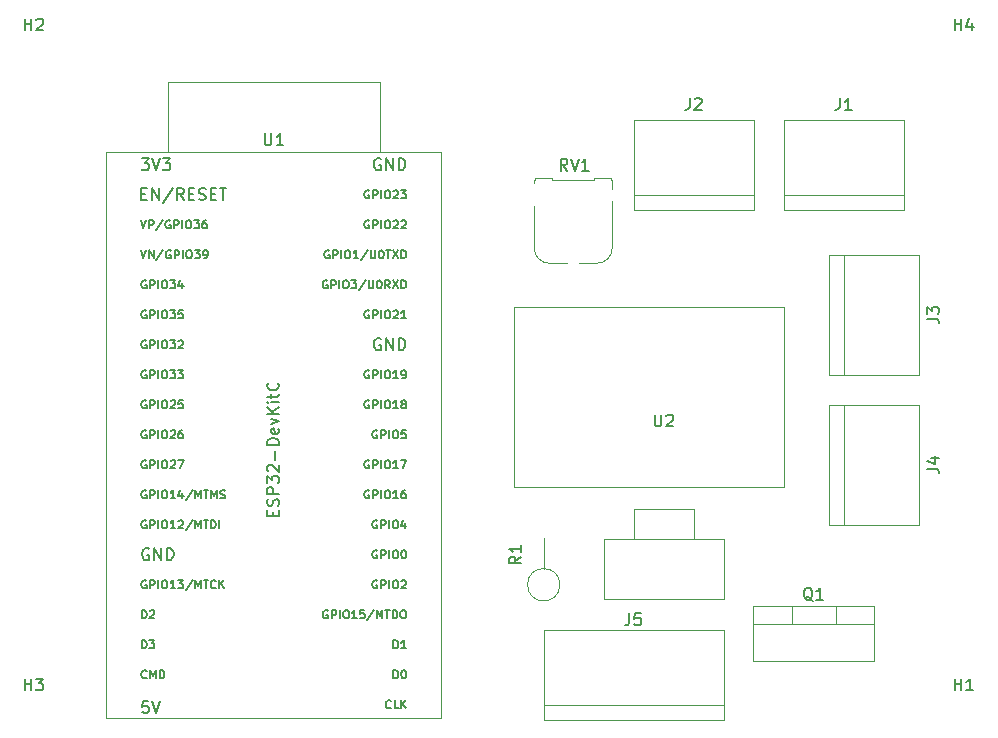
<source format=gbr>
%TF.GenerationSoftware,KiCad,Pcbnew,6.0.2+dfsg-1*%
%TF.CreationDate,2022-06-22T21:08:07-04:00*%
%TF.ProjectId,NodeMCU-32S,4e6f6465-4d43-4552-9d33-32532e6b6963,rev?*%
%TF.SameCoordinates,Original*%
%TF.FileFunction,Legend,Top*%
%TF.FilePolarity,Positive*%
%FSLAX46Y46*%
G04 Gerber Fmt 4.6, Leading zero omitted, Abs format (unit mm)*
G04 Created by KiCad (PCBNEW 6.0.2+dfsg-1) date 2022-06-22 21:08:07*
%MOMM*%
%LPD*%
G01*
G04 APERTURE LIST*
%ADD10C,0.150000*%
%ADD11C,0.120000*%
G04 APERTURE END LIST*
D10*
%TO.C,J5*%
X113936666Y-98942380D02*
X113936666Y-99656666D01*
X113889047Y-99799523D01*
X113793809Y-99894761D01*
X113650952Y-99942380D01*
X113555714Y-99942380D01*
X114889047Y-98942380D02*
X114412857Y-98942380D01*
X114365238Y-99418571D01*
X114412857Y-99370952D01*
X114508095Y-99323333D01*
X114746190Y-99323333D01*
X114841428Y-99370952D01*
X114889047Y-99418571D01*
X114936666Y-99513809D01*
X114936666Y-99751904D01*
X114889047Y-99847142D01*
X114841428Y-99894761D01*
X114746190Y-99942380D01*
X114508095Y-99942380D01*
X114412857Y-99894761D01*
X114365238Y-99847142D01*
%TO.C,Q1*%
X129444761Y-97877619D02*
X129349523Y-97830000D01*
X129254285Y-97734761D01*
X129111428Y-97591904D01*
X129016190Y-97544285D01*
X128920952Y-97544285D01*
X128968571Y-97782380D02*
X128873333Y-97734761D01*
X128778095Y-97639523D01*
X128730476Y-97449047D01*
X128730476Y-97115714D01*
X128778095Y-96925238D01*
X128873333Y-96830000D01*
X128968571Y-96782380D01*
X129159047Y-96782380D01*
X129254285Y-96830000D01*
X129349523Y-96925238D01*
X129397142Y-97115714D01*
X129397142Y-97449047D01*
X129349523Y-97639523D01*
X129254285Y-97734761D01*
X129159047Y-97782380D01*
X128968571Y-97782380D01*
X130349523Y-97782380D02*
X129778095Y-97782380D01*
X130063809Y-97782380D02*
X130063809Y-96782380D01*
X129968571Y-96925238D01*
X129873333Y-97020476D01*
X129778095Y-97068095D01*
%TO.C,U2*%
X116078095Y-82117380D02*
X116078095Y-82926904D01*
X116125714Y-83022142D01*
X116173333Y-83069761D01*
X116268571Y-83117380D01*
X116459047Y-83117380D01*
X116554285Y-83069761D01*
X116601904Y-83022142D01*
X116649523Y-82926904D01*
X116649523Y-82117380D01*
X117078095Y-82212619D02*
X117125714Y-82165000D01*
X117220952Y-82117380D01*
X117459047Y-82117380D01*
X117554285Y-82165000D01*
X117601904Y-82212619D01*
X117649523Y-82307857D01*
X117649523Y-82403095D01*
X117601904Y-82545952D01*
X117030476Y-83117380D01*
X117649523Y-83117380D01*
%TO.C,J4*%
X139152380Y-86693333D02*
X139866666Y-86693333D01*
X140009523Y-86740952D01*
X140104761Y-86836190D01*
X140152380Y-86979047D01*
X140152380Y-87074285D01*
X139485714Y-85788571D02*
X140152380Y-85788571D01*
X139104761Y-86026666D02*
X139819047Y-86264761D01*
X139819047Y-85645714D01*
%TO.C,J2*%
X119046666Y-55332380D02*
X119046666Y-56046666D01*
X118999047Y-56189523D01*
X118903809Y-56284761D01*
X118760952Y-56332380D01*
X118665714Y-56332380D01*
X119475238Y-55427619D02*
X119522857Y-55380000D01*
X119618095Y-55332380D01*
X119856190Y-55332380D01*
X119951428Y-55380000D01*
X119999047Y-55427619D01*
X120046666Y-55522857D01*
X120046666Y-55618095D01*
X119999047Y-55760952D01*
X119427619Y-56332380D01*
X120046666Y-56332380D01*
%TO.C,H2*%
X62738095Y-49592380D02*
X62738095Y-48592380D01*
X62738095Y-49068571D02*
X63309523Y-49068571D01*
X63309523Y-49592380D02*
X63309523Y-48592380D01*
X63738095Y-48687619D02*
X63785714Y-48640000D01*
X63880952Y-48592380D01*
X64119047Y-48592380D01*
X64214285Y-48640000D01*
X64261904Y-48687619D01*
X64309523Y-48782857D01*
X64309523Y-48878095D01*
X64261904Y-49020952D01*
X63690476Y-49592380D01*
X64309523Y-49592380D01*
%TO.C,H1*%
X141478095Y-105472380D02*
X141478095Y-104472380D01*
X141478095Y-104948571D02*
X142049523Y-104948571D01*
X142049523Y-105472380D02*
X142049523Y-104472380D01*
X143049523Y-105472380D02*
X142478095Y-105472380D01*
X142763809Y-105472380D02*
X142763809Y-104472380D01*
X142668571Y-104615238D01*
X142573333Y-104710476D01*
X142478095Y-104758095D01*
%TO.C,J3*%
X139152380Y-73993333D02*
X139866666Y-73993333D01*
X140009523Y-74040952D01*
X140104761Y-74136190D01*
X140152380Y-74279047D01*
X140152380Y-74374285D01*
X139152380Y-73612380D02*
X139152380Y-72993333D01*
X139533333Y-73326666D01*
X139533333Y-73183809D01*
X139580952Y-73088571D01*
X139628571Y-73040952D01*
X139723809Y-72993333D01*
X139961904Y-72993333D01*
X140057142Y-73040952D01*
X140104761Y-73088571D01*
X140152380Y-73183809D01*
X140152380Y-73469523D01*
X140104761Y-73564761D01*
X140057142Y-73612380D01*
%TO.C,RV1*%
X108684761Y-61452380D02*
X108351428Y-60976190D01*
X108113333Y-61452380D02*
X108113333Y-60452380D01*
X108494285Y-60452380D01*
X108589523Y-60500000D01*
X108637142Y-60547619D01*
X108684761Y-60642857D01*
X108684761Y-60785714D01*
X108637142Y-60880952D01*
X108589523Y-60928571D01*
X108494285Y-60976190D01*
X108113333Y-60976190D01*
X108970476Y-60452380D02*
X109303809Y-61452380D01*
X109637142Y-60452380D01*
X110494285Y-61452380D02*
X109922857Y-61452380D01*
X110208571Y-61452380D02*
X110208571Y-60452380D01*
X110113333Y-60595238D01*
X110018095Y-60690476D01*
X109922857Y-60738095D01*
%TO.C,U1*%
X83061775Y-58315100D02*
X83061775Y-59124624D01*
X83109394Y-59219862D01*
X83157013Y-59267481D01*
X83252251Y-59315100D01*
X83442727Y-59315100D01*
X83537965Y-59267481D01*
X83585584Y-59219862D01*
X83633203Y-59124624D01*
X83633203Y-58315100D01*
X84633203Y-59315100D02*
X84061775Y-59315100D01*
X84347489Y-59315100D02*
X84347489Y-58315100D01*
X84252251Y-58457958D01*
X84157013Y-58553196D01*
X84061775Y-58600815D01*
X83752251Y-90687958D02*
X83752251Y-90354624D01*
X84276060Y-90211767D02*
X84276060Y-90687958D01*
X83276060Y-90687958D01*
X83276060Y-90211767D01*
X84228441Y-89830815D02*
X84276060Y-89687958D01*
X84276060Y-89449862D01*
X84228441Y-89354624D01*
X84180822Y-89307005D01*
X84085584Y-89259386D01*
X83990346Y-89259386D01*
X83895108Y-89307005D01*
X83847489Y-89354624D01*
X83799870Y-89449862D01*
X83752251Y-89640339D01*
X83704632Y-89735577D01*
X83657013Y-89783196D01*
X83561775Y-89830815D01*
X83466537Y-89830815D01*
X83371299Y-89783196D01*
X83323680Y-89735577D01*
X83276060Y-89640339D01*
X83276060Y-89402243D01*
X83323680Y-89259386D01*
X84276060Y-88830815D02*
X83276060Y-88830815D01*
X83276060Y-88449862D01*
X83323680Y-88354624D01*
X83371299Y-88307005D01*
X83466537Y-88259386D01*
X83609394Y-88259386D01*
X83704632Y-88307005D01*
X83752251Y-88354624D01*
X83799870Y-88449862D01*
X83799870Y-88830815D01*
X83276060Y-87926053D02*
X83276060Y-87307005D01*
X83657013Y-87640339D01*
X83657013Y-87497481D01*
X83704632Y-87402243D01*
X83752251Y-87354624D01*
X83847489Y-87307005D01*
X84085584Y-87307005D01*
X84180822Y-87354624D01*
X84228441Y-87402243D01*
X84276060Y-87497481D01*
X84276060Y-87783196D01*
X84228441Y-87878434D01*
X84180822Y-87926053D01*
X83371299Y-86926053D02*
X83323680Y-86878434D01*
X83276060Y-86783196D01*
X83276060Y-86545100D01*
X83323680Y-86449862D01*
X83371299Y-86402243D01*
X83466537Y-86354624D01*
X83561775Y-86354624D01*
X83704632Y-86402243D01*
X84276060Y-86973672D01*
X84276060Y-86354624D01*
X83895108Y-85926053D02*
X83895108Y-85164148D01*
X84276060Y-84687958D02*
X83276060Y-84687958D01*
X83276060Y-84449862D01*
X83323680Y-84307005D01*
X83418918Y-84211767D01*
X83514156Y-84164148D01*
X83704632Y-84116529D01*
X83847489Y-84116529D01*
X84037965Y-84164148D01*
X84133203Y-84211767D01*
X84228441Y-84307005D01*
X84276060Y-84449862D01*
X84276060Y-84687958D01*
X84228441Y-83307005D02*
X84276060Y-83402243D01*
X84276060Y-83592720D01*
X84228441Y-83687958D01*
X84133203Y-83735577D01*
X83752251Y-83735577D01*
X83657013Y-83687958D01*
X83609394Y-83592720D01*
X83609394Y-83402243D01*
X83657013Y-83307005D01*
X83752251Y-83259386D01*
X83847489Y-83259386D01*
X83942727Y-83735577D01*
X83609394Y-82926053D02*
X84276060Y-82687958D01*
X83609394Y-82449862D01*
X84276060Y-82068910D02*
X83276060Y-82068910D01*
X84276060Y-81497481D02*
X83704632Y-81926053D01*
X83276060Y-81497481D02*
X83847489Y-82068910D01*
X84276060Y-81068910D02*
X83609394Y-81068910D01*
X83276060Y-81068910D02*
X83323680Y-81116529D01*
X83371299Y-81068910D01*
X83323680Y-81021291D01*
X83276060Y-81068910D01*
X83371299Y-81068910D01*
X83609394Y-80735577D02*
X83609394Y-80354624D01*
X83276060Y-80592720D02*
X84133203Y-80592720D01*
X84228441Y-80545100D01*
X84276060Y-80449862D01*
X84276060Y-80354624D01*
X84180822Y-79449862D02*
X84228441Y-79497481D01*
X84276060Y-79640339D01*
X84276060Y-79735577D01*
X84228441Y-79878434D01*
X84133203Y-79973672D01*
X84037965Y-80021291D01*
X83847489Y-80068910D01*
X83704632Y-80068910D01*
X83514156Y-80021291D01*
X83418918Y-79973672D01*
X83323680Y-79878434D01*
X83276060Y-79735577D01*
X83276060Y-79640339D01*
X83323680Y-79497481D01*
X83371299Y-79449862D01*
X73024513Y-83472720D02*
X72957846Y-83439386D01*
X72857846Y-83439386D01*
X72757846Y-83472720D01*
X72691180Y-83539386D01*
X72657846Y-83606053D01*
X72624513Y-83739386D01*
X72624513Y-83839386D01*
X72657846Y-83972720D01*
X72691180Y-84039386D01*
X72757846Y-84106053D01*
X72857846Y-84139386D01*
X72924513Y-84139386D01*
X73024513Y-84106053D01*
X73057846Y-84072720D01*
X73057846Y-83839386D01*
X72924513Y-83839386D01*
X73357846Y-84139386D02*
X73357846Y-83439386D01*
X73624513Y-83439386D01*
X73691180Y-83472720D01*
X73724513Y-83506053D01*
X73757846Y-83572720D01*
X73757846Y-83672720D01*
X73724513Y-83739386D01*
X73691180Y-83772720D01*
X73624513Y-83806053D01*
X73357846Y-83806053D01*
X74057846Y-84139386D02*
X74057846Y-83439386D01*
X74524513Y-83439386D02*
X74657846Y-83439386D01*
X74724513Y-83472720D01*
X74791180Y-83539386D01*
X74824513Y-83672720D01*
X74824513Y-83906053D01*
X74791180Y-84039386D01*
X74724513Y-84106053D01*
X74657846Y-84139386D01*
X74524513Y-84139386D01*
X74457846Y-84106053D01*
X74391180Y-84039386D01*
X74357846Y-83906053D01*
X74357846Y-83672720D01*
X74391180Y-83539386D01*
X74457846Y-83472720D01*
X74524513Y-83439386D01*
X75091180Y-83506053D02*
X75124513Y-83472720D01*
X75191180Y-83439386D01*
X75357846Y-83439386D01*
X75424513Y-83472720D01*
X75457846Y-83506053D01*
X75491180Y-83572720D01*
X75491180Y-83639386D01*
X75457846Y-83739386D01*
X75057846Y-84139386D01*
X75491180Y-84139386D01*
X76091180Y-83439386D02*
X75957846Y-83439386D01*
X75891180Y-83472720D01*
X75857846Y-83506053D01*
X75791180Y-83606053D01*
X75757846Y-83739386D01*
X75757846Y-84006053D01*
X75791180Y-84072720D01*
X75824513Y-84106053D01*
X75891180Y-84139386D01*
X76024513Y-84139386D01*
X76091180Y-84106053D01*
X76124513Y-84072720D01*
X76157846Y-84006053D01*
X76157846Y-83839386D01*
X76124513Y-83772720D01*
X76091180Y-83739386D01*
X76024513Y-83706053D01*
X75891180Y-83706053D01*
X75824513Y-83739386D01*
X75791180Y-83772720D01*
X75757846Y-83839386D01*
X73024513Y-75852720D02*
X72957846Y-75819386D01*
X72857846Y-75819386D01*
X72757846Y-75852720D01*
X72691180Y-75919386D01*
X72657846Y-75986053D01*
X72624513Y-76119386D01*
X72624513Y-76219386D01*
X72657846Y-76352720D01*
X72691180Y-76419386D01*
X72757846Y-76486053D01*
X72857846Y-76519386D01*
X72924513Y-76519386D01*
X73024513Y-76486053D01*
X73057846Y-76452720D01*
X73057846Y-76219386D01*
X72924513Y-76219386D01*
X73357846Y-76519386D02*
X73357846Y-75819386D01*
X73624513Y-75819386D01*
X73691180Y-75852720D01*
X73724513Y-75886053D01*
X73757846Y-75952720D01*
X73757846Y-76052720D01*
X73724513Y-76119386D01*
X73691180Y-76152720D01*
X73624513Y-76186053D01*
X73357846Y-76186053D01*
X74057846Y-76519386D02*
X74057846Y-75819386D01*
X74524513Y-75819386D02*
X74657846Y-75819386D01*
X74724513Y-75852720D01*
X74791180Y-75919386D01*
X74824513Y-76052720D01*
X74824513Y-76286053D01*
X74791180Y-76419386D01*
X74724513Y-76486053D01*
X74657846Y-76519386D01*
X74524513Y-76519386D01*
X74457846Y-76486053D01*
X74391180Y-76419386D01*
X74357846Y-76286053D01*
X74357846Y-76052720D01*
X74391180Y-75919386D01*
X74457846Y-75852720D01*
X74524513Y-75819386D01*
X75057846Y-75819386D02*
X75491180Y-75819386D01*
X75257846Y-76086053D01*
X75357846Y-76086053D01*
X75424513Y-76119386D01*
X75457846Y-76152720D01*
X75491180Y-76219386D01*
X75491180Y-76386053D01*
X75457846Y-76452720D01*
X75424513Y-76486053D01*
X75357846Y-76519386D01*
X75157846Y-76519386D01*
X75091180Y-76486053D01*
X75057846Y-76452720D01*
X75757846Y-75886053D02*
X75791180Y-75852720D01*
X75857846Y-75819386D01*
X76024513Y-75819386D01*
X76091180Y-75852720D01*
X76124513Y-75886053D01*
X76157846Y-75952720D01*
X76157846Y-76019386D01*
X76124513Y-76119386D01*
X75724513Y-76519386D01*
X76157846Y-76519386D01*
X73057846Y-104392720D02*
X73024513Y-104426053D01*
X72924513Y-104459386D01*
X72857846Y-104459386D01*
X72757846Y-104426053D01*
X72691180Y-104359386D01*
X72657846Y-104292720D01*
X72624513Y-104159386D01*
X72624513Y-104059386D01*
X72657846Y-103926053D01*
X72691180Y-103859386D01*
X72757846Y-103792720D01*
X72857846Y-103759386D01*
X72924513Y-103759386D01*
X73024513Y-103792720D01*
X73057846Y-103826053D01*
X73357846Y-104459386D02*
X73357846Y-103759386D01*
X73591180Y-104259386D01*
X73824513Y-103759386D01*
X73824513Y-104459386D01*
X74157846Y-104459386D02*
X74157846Y-103759386D01*
X74324513Y-103759386D01*
X74424513Y-103792720D01*
X74491180Y-103859386D01*
X74524513Y-103926053D01*
X74557846Y-104059386D01*
X74557846Y-104159386D01*
X74524513Y-104292720D01*
X74491180Y-104359386D01*
X74424513Y-104426053D01*
X74324513Y-104459386D01*
X74157846Y-104459386D01*
X92556180Y-96172720D02*
X92489513Y-96139386D01*
X92389513Y-96139386D01*
X92289513Y-96172720D01*
X92222846Y-96239386D01*
X92189513Y-96306053D01*
X92156180Y-96439386D01*
X92156180Y-96539386D01*
X92189513Y-96672720D01*
X92222846Y-96739386D01*
X92289513Y-96806053D01*
X92389513Y-96839386D01*
X92456180Y-96839386D01*
X92556180Y-96806053D01*
X92589513Y-96772720D01*
X92589513Y-96539386D01*
X92456180Y-96539386D01*
X92889513Y-96839386D02*
X92889513Y-96139386D01*
X93156180Y-96139386D01*
X93222846Y-96172720D01*
X93256180Y-96206053D01*
X93289513Y-96272720D01*
X93289513Y-96372720D01*
X93256180Y-96439386D01*
X93222846Y-96472720D01*
X93156180Y-96506053D01*
X92889513Y-96506053D01*
X93589513Y-96839386D02*
X93589513Y-96139386D01*
X94056180Y-96139386D02*
X94189513Y-96139386D01*
X94256180Y-96172720D01*
X94322846Y-96239386D01*
X94356180Y-96372720D01*
X94356180Y-96606053D01*
X94322846Y-96739386D01*
X94256180Y-96806053D01*
X94189513Y-96839386D01*
X94056180Y-96839386D01*
X93989513Y-96806053D01*
X93922846Y-96739386D01*
X93889513Y-96606053D01*
X93889513Y-96372720D01*
X93922846Y-96239386D01*
X93989513Y-96172720D01*
X94056180Y-96139386D01*
X94622846Y-96206053D02*
X94656180Y-96172720D01*
X94722846Y-96139386D01*
X94889513Y-96139386D01*
X94956180Y-96172720D01*
X94989513Y-96206053D01*
X95022846Y-96272720D01*
X95022846Y-96339386D01*
X94989513Y-96439386D01*
X94589513Y-96839386D01*
X95022846Y-96839386D01*
X91889513Y-73312720D02*
X91822846Y-73279386D01*
X91722846Y-73279386D01*
X91622846Y-73312720D01*
X91556180Y-73379386D01*
X91522846Y-73446053D01*
X91489513Y-73579386D01*
X91489513Y-73679386D01*
X91522846Y-73812720D01*
X91556180Y-73879386D01*
X91622846Y-73946053D01*
X91722846Y-73979386D01*
X91789513Y-73979386D01*
X91889513Y-73946053D01*
X91922846Y-73912720D01*
X91922846Y-73679386D01*
X91789513Y-73679386D01*
X92222846Y-73979386D02*
X92222846Y-73279386D01*
X92489513Y-73279386D01*
X92556180Y-73312720D01*
X92589513Y-73346053D01*
X92622846Y-73412720D01*
X92622846Y-73512720D01*
X92589513Y-73579386D01*
X92556180Y-73612720D01*
X92489513Y-73646053D01*
X92222846Y-73646053D01*
X92922846Y-73979386D02*
X92922846Y-73279386D01*
X93389513Y-73279386D02*
X93522846Y-73279386D01*
X93589513Y-73312720D01*
X93656180Y-73379386D01*
X93689513Y-73512720D01*
X93689513Y-73746053D01*
X93656180Y-73879386D01*
X93589513Y-73946053D01*
X93522846Y-73979386D01*
X93389513Y-73979386D01*
X93322846Y-73946053D01*
X93256180Y-73879386D01*
X93222846Y-73746053D01*
X93222846Y-73512720D01*
X93256180Y-73379386D01*
X93322846Y-73312720D01*
X93389513Y-73279386D01*
X93956180Y-73346053D02*
X93989513Y-73312720D01*
X94056180Y-73279386D01*
X94222846Y-73279386D01*
X94289513Y-73312720D01*
X94322846Y-73346053D01*
X94356180Y-73412720D01*
X94356180Y-73479386D01*
X94322846Y-73579386D01*
X93922846Y-73979386D01*
X94356180Y-73979386D01*
X95022846Y-73979386D02*
X94622846Y-73979386D01*
X94822846Y-73979386D02*
X94822846Y-73279386D01*
X94756180Y-73379386D01*
X94689513Y-73446053D01*
X94622846Y-73479386D01*
X72557846Y-65659386D02*
X72791180Y-66359386D01*
X73024513Y-65659386D01*
X73257846Y-66359386D02*
X73257846Y-65659386D01*
X73524513Y-65659386D01*
X73591180Y-65692720D01*
X73624513Y-65726053D01*
X73657846Y-65792720D01*
X73657846Y-65892720D01*
X73624513Y-65959386D01*
X73591180Y-65992720D01*
X73524513Y-66026053D01*
X73257846Y-66026053D01*
X74457846Y-65626053D02*
X73857846Y-66526053D01*
X75057846Y-65692720D02*
X74991180Y-65659386D01*
X74891180Y-65659386D01*
X74791180Y-65692720D01*
X74724513Y-65759386D01*
X74691180Y-65826053D01*
X74657846Y-65959386D01*
X74657846Y-66059386D01*
X74691180Y-66192720D01*
X74724513Y-66259386D01*
X74791180Y-66326053D01*
X74891180Y-66359386D01*
X74957846Y-66359386D01*
X75057846Y-66326053D01*
X75091180Y-66292720D01*
X75091180Y-66059386D01*
X74957846Y-66059386D01*
X75391180Y-66359386D02*
X75391180Y-65659386D01*
X75657846Y-65659386D01*
X75724513Y-65692720D01*
X75757846Y-65726053D01*
X75791180Y-65792720D01*
X75791180Y-65892720D01*
X75757846Y-65959386D01*
X75724513Y-65992720D01*
X75657846Y-66026053D01*
X75391180Y-66026053D01*
X76091180Y-66359386D02*
X76091180Y-65659386D01*
X76557846Y-65659386D02*
X76691180Y-65659386D01*
X76757846Y-65692720D01*
X76824513Y-65759386D01*
X76857846Y-65892720D01*
X76857846Y-66126053D01*
X76824513Y-66259386D01*
X76757846Y-66326053D01*
X76691180Y-66359386D01*
X76557846Y-66359386D01*
X76491180Y-66326053D01*
X76424513Y-66259386D01*
X76391180Y-66126053D01*
X76391180Y-65892720D01*
X76424513Y-65759386D01*
X76491180Y-65692720D01*
X76557846Y-65659386D01*
X77091180Y-65659386D02*
X77524513Y-65659386D01*
X77291180Y-65926053D01*
X77391180Y-65926053D01*
X77457846Y-65959386D01*
X77491180Y-65992720D01*
X77524513Y-66059386D01*
X77524513Y-66226053D01*
X77491180Y-66292720D01*
X77457846Y-66326053D01*
X77391180Y-66359386D01*
X77191180Y-66359386D01*
X77124513Y-66326053D01*
X77091180Y-66292720D01*
X78124513Y-65659386D02*
X77991180Y-65659386D01*
X77924513Y-65692720D01*
X77891180Y-65726053D01*
X77824513Y-65826053D01*
X77791180Y-65959386D01*
X77791180Y-66226053D01*
X77824513Y-66292720D01*
X77857846Y-66326053D01*
X77924513Y-66359386D01*
X78057846Y-66359386D01*
X78124513Y-66326053D01*
X78157846Y-66292720D01*
X78191180Y-66226053D01*
X78191180Y-66059386D01*
X78157846Y-65992720D01*
X78124513Y-65959386D01*
X78057846Y-65926053D01*
X77924513Y-65926053D01*
X77857846Y-65959386D01*
X77824513Y-65992720D01*
X77791180Y-66059386D01*
X73253084Y-93482720D02*
X73157846Y-93435100D01*
X73014989Y-93435100D01*
X72872132Y-93482720D01*
X72776894Y-93577958D01*
X72729275Y-93673196D01*
X72681656Y-93863672D01*
X72681656Y-94006529D01*
X72729275Y-94197005D01*
X72776894Y-94292243D01*
X72872132Y-94387481D01*
X73014989Y-94435100D01*
X73110227Y-94435100D01*
X73253084Y-94387481D01*
X73300703Y-94339862D01*
X73300703Y-94006529D01*
X73110227Y-94006529D01*
X73729275Y-94435100D02*
X73729275Y-93435100D01*
X74300703Y-94435100D01*
X74300703Y-93435100D01*
X74776894Y-94435100D02*
X74776894Y-93435100D01*
X75014989Y-93435100D01*
X75157846Y-93482720D01*
X75253084Y-93577958D01*
X75300703Y-93673196D01*
X75348322Y-93863672D01*
X75348322Y-94006529D01*
X75300703Y-94197005D01*
X75253084Y-94292243D01*
X75157846Y-94387481D01*
X75014989Y-94435100D01*
X74776894Y-94435100D01*
X73024513Y-91092720D02*
X72957846Y-91059386D01*
X72857846Y-91059386D01*
X72757846Y-91092720D01*
X72691180Y-91159386D01*
X72657846Y-91226053D01*
X72624513Y-91359386D01*
X72624513Y-91459386D01*
X72657846Y-91592720D01*
X72691180Y-91659386D01*
X72757846Y-91726053D01*
X72857846Y-91759386D01*
X72924513Y-91759386D01*
X73024513Y-91726053D01*
X73057846Y-91692720D01*
X73057846Y-91459386D01*
X72924513Y-91459386D01*
X73357846Y-91759386D02*
X73357846Y-91059386D01*
X73624513Y-91059386D01*
X73691180Y-91092720D01*
X73724513Y-91126053D01*
X73757846Y-91192720D01*
X73757846Y-91292720D01*
X73724513Y-91359386D01*
X73691180Y-91392720D01*
X73624513Y-91426053D01*
X73357846Y-91426053D01*
X74057846Y-91759386D02*
X74057846Y-91059386D01*
X74524513Y-91059386D02*
X74657846Y-91059386D01*
X74724513Y-91092720D01*
X74791180Y-91159386D01*
X74824513Y-91292720D01*
X74824513Y-91526053D01*
X74791180Y-91659386D01*
X74724513Y-91726053D01*
X74657846Y-91759386D01*
X74524513Y-91759386D01*
X74457846Y-91726053D01*
X74391180Y-91659386D01*
X74357846Y-91526053D01*
X74357846Y-91292720D01*
X74391180Y-91159386D01*
X74457846Y-91092720D01*
X74524513Y-91059386D01*
X75491180Y-91759386D02*
X75091180Y-91759386D01*
X75291180Y-91759386D02*
X75291180Y-91059386D01*
X75224513Y-91159386D01*
X75157846Y-91226053D01*
X75091180Y-91259386D01*
X75757846Y-91126053D02*
X75791180Y-91092720D01*
X75857846Y-91059386D01*
X76024513Y-91059386D01*
X76091180Y-91092720D01*
X76124513Y-91126053D01*
X76157846Y-91192720D01*
X76157846Y-91259386D01*
X76124513Y-91359386D01*
X75724513Y-91759386D01*
X76157846Y-91759386D01*
X76957846Y-91026053D02*
X76357846Y-91926053D01*
X77191180Y-91759386D02*
X77191180Y-91059386D01*
X77424513Y-91559386D01*
X77657846Y-91059386D01*
X77657846Y-91759386D01*
X77891180Y-91059386D02*
X78291180Y-91059386D01*
X78091180Y-91759386D02*
X78091180Y-91059386D01*
X78524513Y-91759386D02*
X78524513Y-91059386D01*
X78691180Y-91059386D01*
X78791180Y-91092720D01*
X78857846Y-91159386D01*
X78891180Y-91226053D01*
X78924513Y-91359386D01*
X78924513Y-91459386D01*
X78891180Y-91592720D01*
X78857846Y-91659386D01*
X78791180Y-91726053D01*
X78691180Y-91759386D01*
X78524513Y-91759386D01*
X79224513Y-91759386D02*
X79224513Y-91059386D01*
X91889513Y-86012720D02*
X91822846Y-85979386D01*
X91722846Y-85979386D01*
X91622846Y-86012720D01*
X91556180Y-86079386D01*
X91522846Y-86146053D01*
X91489513Y-86279386D01*
X91489513Y-86379386D01*
X91522846Y-86512720D01*
X91556180Y-86579386D01*
X91622846Y-86646053D01*
X91722846Y-86679386D01*
X91789513Y-86679386D01*
X91889513Y-86646053D01*
X91922846Y-86612720D01*
X91922846Y-86379386D01*
X91789513Y-86379386D01*
X92222846Y-86679386D02*
X92222846Y-85979386D01*
X92489513Y-85979386D01*
X92556180Y-86012720D01*
X92589513Y-86046053D01*
X92622846Y-86112720D01*
X92622846Y-86212720D01*
X92589513Y-86279386D01*
X92556180Y-86312720D01*
X92489513Y-86346053D01*
X92222846Y-86346053D01*
X92922846Y-86679386D02*
X92922846Y-85979386D01*
X93389513Y-85979386D02*
X93522846Y-85979386D01*
X93589513Y-86012720D01*
X93656180Y-86079386D01*
X93689513Y-86212720D01*
X93689513Y-86446053D01*
X93656180Y-86579386D01*
X93589513Y-86646053D01*
X93522846Y-86679386D01*
X93389513Y-86679386D01*
X93322846Y-86646053D01*
X93256180Y-86579386D01*
X93222846Y-86446053D01*
X93222846Y-86212720D01*
X93256180Y-86079386D01*
X93322846Y-86012720D01*
X93389513Y-85979386D01*
X94356180Y-86679386D02*
X93956180Y-86679386D01*
X94156180Y-86679386D02*
X94156180Y-85979386D01*
X94089513Y-86079386D01*
X94022846Y-86146053D01*
X93956180Y-86179386D01*
X94589513Y-85979386D02*
X95056180Y-85979386D01*
X94756180Y-86679386D01*
X88356180Y-70772720D02*
X88289513Y-70739386D01*
X88189513Y-70739386D01*
X88089513Y-70772720D01*
X88022846Y-70839386D01*
X87989513Y-70906053D01*
X87956180Y-71039386D01*
X87956180Y-71139386D01*
X87989513Y-71272720D01*
X88022846Y-71339386D01*
X88089513Y-71406053D01*
X88189513Y-71439386D01*
X88256180Y-71439386D01*
X88356180Y-71406053D01*
X88389513Y-71372720D01*
X88389513Y-71139386D01*
X88256180Y-71139386D01*
X88689513Y-71439386D02*
X88689513Y-70739386D01*
X88956180Y-70739386D01*
X89022846Y-70772720D01*
X89056180Y-70806053D01*
X89089513Y-70872720D01*
X89089513Y-70972720D01*
X89056180Y-71039386D01*
X89022846Y-71072720D01*
X88956180Y-71106053D01*
X88689513Y-71106053D01*
X89389513Y-71439386D02*
X89389513Y-70739386D01*
X89856180Y-70739386D02*
X89989513Y-70739386D01*
X90056180Y-70772720D01*
X90122846Y-70839386D01*
X90156180Y-70972720D01*
X90156180Y-71206053D01*
X90122846Y-71339386D01*
X90056180Y-71406053D01*
X89989513Y-71439386D01*
X89856180Y-71439386D01*
X89789513Y-71406053D01*
X89722846Y-71339386D01*
X89689513Y-71206053D01*
X89689513Y-70972720D01*
X89722846Y-70839386D01*
X89789513Y-70772720D01*
X89856180Y-70739386D01*
X90389513Y-70739386D02*
X90822846Y-70739386D01*
X90589513Y-71006053D01*
X90689513Y-71006053D01*
X90756180Y-71039386D01*
X90789513Y-71072720D01*
X90822846Y-71139386D01*
X90822846Y-71306053D01*
X90789513Y-71372720D01*
X90756180Y-71406053D01*
X90689513Y-71439386D01*
X90489513Y-71439386D01*
X90422846Y-71406053D01*
X90389513Y-71372720D01*
X91622846Y-70706053D02*
X91022846Y-71606053D01*
X91856180Y-70739386D02*
X91856180Y-71306053D01*
X91889513Y-71372720D01*
X91922846Y-71406053D01*
X91989513Y-71439386D01*
X92122846Y-71439386D01*
X92189513Y-71406053D01*
X92222846Y-71372720D01*
X92256180Y-71306053D01*
X92256180Y-70739386D01*
X92722846Y-70739386D02*
X92789513Y-70739386D01*
X92856180Y-70772720D01*
X92889513Y-70806053D01*
X92922846Y-70872720D01*
X92956180Y-71006053D01*
X92956180Y-71172720D01*
X92922846Y-71306053D01*
X92889513Y-71372720D01*
X92856180Y-71406053D01*
X92789513Y-71439386D01*
X92722846Y-71439386D01*
X92656180Y-71406053D01*
X92622846Y-71372720D01*
X92589513Y-71306053D01*
X92556180Y-71172720D01*
X92556180Y-71006053D01*
X92589513Y-70872720D01*
X92622846Y-70806053D01*
X92656180Y-70772720D01*
X92722846Y-70739386D01*
X93656180Y-71439386D02*
X93422846Y-71106053D01*
X93256180Y-71439386D02*
X93256180Y-70739386D01*
X93522846Y-70739386D01*
X93589513Y-70772720D01*
X93622846Y-70806053D01*
X93656180Y-70872720D01*
X93656180Y-70972720D01*
X93622846Y-71039386D01*
X93589513Y-71072720D01*
X93522846Y-71106053D01*
X93256180Y-71106053D01*
X93889513Y-70739386D02*
X94356180Y-71439386D01*
X94356180Y-70739386D02*
X93889513Y-71439386D01*
X94622846Y-71439386D02*
X94622846Y-70739386D01*
X94789513Y-70739386D01*
X94889513Y-70772720D01*
X94956180Y-70839386D01*
X94989513Y-70906053D01*
X95022846Y-71039386D01*
X95022846Y-71139386D01*
X94989513Y-71272720D01*
X94956180Y-71339386D01*
X94889513Y-71406053D01*
X94789513Y-71439386D01*
X94622846Y-71439386D01*
X92556180Y-83472720D02*
X92489513Y-83439386D01*
X92389513Y-83439386D01*
X92289513Y-83472720D01*
X92222846Y-83539386D01*
X92189513Y-83606053D01*
X92156180Y-83739386D01*
X92156180Y-83839386D01*
X92189513Y-83972720D01*
X92222846Y-84039386D01*
X92289513Y-84106053D01*
X92389513Y-84139386D01*
X92456180Y-84139386D01*
X92556180Y-84106053D01*
X92589513Y-84072720D01*
X92589513Y-83839386D01*
X92456180Y-83839386D01*
X92889513Y-84139386D02*
X92889513Y-83439386D01*
X93156180Y-83439386D01*
X93222846Y-83472720D01*
X93256180Y-83506053D01*
X93289513Y-83572720D01*
X93289513Y-83672720D01*
X93256180Y-83739386D01*
X93222846Y-83772720D01*
X93156180Y-83806053D01*
X92889513Y-83806053D01*
X93589513Y-84139386D02*
X93589513Y-83439386D01*
X94056180Y-83439386D02*
X94189513Y-83439386D01*
X94256180Y-83472720D01*
X94322846Y-83539386D01*
X94356180Y-83672720D01*
X94356180Y-83906053D01*
X94322846Y-84039386D01*
X94256180Y-84106053D01*
X94189513Y-84139386D01*
X94056180Y-84139386D01*
X93989513Y-84106053D01*
X93922846Y-84039386D01*
X93889513Y-83906053D01*
X93889513Y-83672720D01*
X93922846Y-83539386D01*
X93989513Y-83472720D01*
X94056180Y-83439386D01*
X94989513Y-83439386D02*
X94656180Y-83439386D01*
X94622846Y-83772720D01*
X94656180Y-83739386D01*
X94722846Y-83706053D01*
X94889513Y-83706053D01*
X94956180Y-83739386D01*
X94989513Y-83772720D01*
X95022846Y-83839386D01*
X95022846Y-84006053D01*
X94989513Y-84072720D01*
X94956180Y-84106053D01*
X94889513Y-84139386D01*
X94722846Y-84139386D01*
X94656180Y-84106053D01*
X94622846Y-84072720D01*
X73024513Y-78392720D02*
X72957846Y-78359386D01*
X72857846Y-78359386D01*
X72757846Y-78392720D01*
X72691180Y-78459386D01*
X72657846Y-78526053D01*
X72624513Y-78659386D01*
X72624513Y-78759386D01*
X72657846Y-78892720D01*
X72691180Y-78959386D01*
X72757846Y-79026053D01*
X72857846Y-79059386D01*
X72924513Y-79059386D01*
X73024513Y-79026053D01*
X73057846Y-78992720D01*
X73057846Y-78759386D01*
X72924513Y-78759386D01*
X73357846Y-79059386D02*
X73357846Y-78359386D01*
X73624513Y-78359386D01*
X73691180Y-78392720D01*
X73724513Y-78426053D01*
X73757846Y-78492720D01*
X73757846Y-78592720D01*
X73724513Y-78659386D01*
X73691180Y-78692720D01*
X73624513Y-78726053D01*
X73357846Y-78726053D01*
X74057846Y-79059386D02*
X74057846Y-78359386D01*
X74524513Y-78359386D02*
X74657846Y-78359386D01*
X74724513Y-78392720D01*
X74791180Y-78459386D01*
X74824513Y-78592720D01*
X74824513Y-78826053D01*
X74791180Y-78959386D01*
X74724513Y-79026053D01*
X74657846Y-79059386D01*
X74524513Y-79059386D01*
X74457846Y-79026053D01*
X74391180Y-78959386D01*
X74357846Y-78826053D01*
X74357846Y-78592720D01*
X74391180Y-78459386D01*
X74457846Y-78392720D01*
X74524513Y-78359386D01*
X75057846Y-78359386D02*
X75491180Y-78359386D01*
X75257846Y-78626053D01*
X75357846Y-78626053D01*
X75424513Y-78659386D01*
X75457846Y-78692720D01*
X75491180Y-78759386D01*
X75491180Y-78926053D01*
X75457846Y-78992720D01*
X75424513Y-79026053D01*
X75357846Y-79059386D01*
X75157846Y-79059386D01*
X75091180Y-79026053D01*
X75057846Y-78992720D01*
X75724513Y-78359386D02*
X76157846Y-78359386D01*
X75924513Y-78626053D01*
X76024513Y-78626053D01*
X76091180Y-78659386D01*
X76124513Y-78692720D01*
X76157846Y-78759386D01*
X76157846Y-78926053D01*
X76124513Y-78992720D01*
X76091180Y-79026053D01*
X76024513Y-79059386D01*
X75824513Y-79059386D01*
X75757846Y-79026053D01*
X75724513Y-78992720D01*
X73024513Y-73312720D02*
X72957846Y-73279386D01*
X72857846Y-73279386D01*
X72757846Y-73312720D01*
X72691180Y-73379386D01*
X72657846Y-73446053D01*
X72624513Y-73579386D01*
X72624513Y-73679386D01*
X72657846Y-73812720D01*
X72691180Y-73879386D01*
X72757846Y-73946053D01*
X72857846Y-73979386D01*
X72924513Y-73979386D01*
X73024513Y-73946053D01*
X73057846Y-73912720D01*
X73057846Y-73679386D01*
X72924513Y-73679386D01*
X73357846Y-73979386D02*
X73357846Y-73279386D01*
X73624513Y-73279386D01*
X73691180Y-73312720D01*
X73724513Y-73346053D01*
X73757846Y-73412720D01*
X73757846Y-73512720D01*
X73724513Y-73579386D01*
X73691180Y-73612720D01*
X73624513Y-73646053D01*
X73357846Y-73646053D01*
X74057846Y-73979386D02*
X74057846Y-73279386D01*
X74524513Y-73279386D02*
X74657846Y-73279386D01*
X74724513Y-73312720D01*
X74791180Y-73379386D01*
X74824513Y-73512720D01*
X74824513Y-73746053D01*
X74791180Y-73879386D01*
X74724513Y-73946053D01*
X74657846Y-73979386D01*
X74524513Y-73979386D01*
X74457846Y-73946053D01*
X74391180Y-73879386D01*
X74357846Y-73746053D01*
X74357846Y-73512720D01*
X74391180Y-73379386D01*
X74457846Y-73312720D01*
X74524513Y-73279386D01*
X75057846Y-73279386D02*
X75491180Y-73279386D01*
X75257846Y-73546053D01*
X75357846Y-73546053D01*
X75424513Y-73579386D01*
X75457846Y-73612720D01*
X75491180Y-73679386D01*
X75491180Y-73846053D01*
X75457846Y-73912720D01*
X75424513Y-73946053D01*
X75357846Y-73979386D01*
X75157846Y-73979386D01*
X75091180Y-73946053D01*
X75057846Y-73912720D01*
X76124513Y-73279386D02*
X75791180Y-73279386D01*
X75757846Y-73612720D01*
X75791180Y-73579386D01*
X75857846Y-73546053D01*
X76024513Y-73546053D01*
X76091180Y-73579386D01*
X76124513Y-73612720D01*
X76157846Y-73679386D01*
X76157846Y-73846053D01*
X76124513Y-73912720D01*
X76091180Y-73946053D01*
X76024513Y-73979386D01*
X75857846Y-73979386D01*
X75791180Y-73946053D01*
X75757846Y-73912720D01*
X91889513Y-80932720D02*
X91822846Y-80899386D01*
X91722846Y-80899386D01*
X91622846Y-80932720D01*
X91556180Y-80999386D01*
X91522846Y-81066053D01*
X91489513Y-81199386D01*
X91489513Y-81299386D01*
X91522846Y-81432720D01*
X91556180Y-81499386D01*
X91622846Y-81566053D01*
X91722846Y-81599386D01*
X91789513Y-81599386D01*
X91889513Y-81566053D01*
X91922846Y-81532720D01*
X91922846Y-81299386D01*
X91789513Y-81299386D01*
X92222846Y-81599386D02*
X92222846Y-80899386D01*
X92489513Y-80899386D01*
X92556180Y-80932720D01*
X92589513Y-80966053D01*
X92622846Y-81032720D01*
X92622846Y-81132720D01*
X92589513Y-81199386D01*
X92556180Y-81232720D01*
X92489513Y-81266053D01*
X92222846Y-81266053D01*
X92922846Y-81599386D02*
X92922846Y-80899386D01*
X93389513Y-80899386D02*
X93522846Y-80899386D01*
X93589513Y-80932720D01*
X93656180Y-80999386D01*
X93689513Y-81132720D01*
X93689513Y-81366053D01*
X93656180Y-81499386D01*
X93589513Y-81566053D01*
X93522846Y-81599386D01*
X93389513Y-81599386D01*
X93322846Y-81566053D01*
X93256180Y-81499386D01*
X93222846Y-81366053D01*
X93222846Y-81132720D01*
X93256180Y-80999386D01*
X93322846Y-80932720D01*
X93389513Y-80899386D01*
X94356180Y-81599386D02*
X93956180Y-81599386D01*
X94156180Y-81599386D02*
X94156180Y-80899386D01*
X94089513Y-80999386D01*
X94022846Y-81066053D01*
X93956180Y-81099386D01*
X94756180Y-81199386D02*
X94689513Y-81166053D01*
X94656180Y-81132720D01*
X94622846Y-81066053D01*
X94622846Y-81032720D01*
X94656180Y-80966053D01*
X94689513Y-80932720D01*
X94756180Y-80899386D01*
X94889513Y-80899386D01*
X94956180Y-80932720D01*
X94989513Y-80966053D01*
X95022846Y-81032720D01*
X95022846Y-81066053D01*
X94989513Y-81132720D01*
X94956180Y-81166053D01*
X94889513Y-81199386D01*
X94756180Y-81199386D01*
X94689513Y-81232720D01*
X94656180Y-81266053D01*
X94622846Y-81332720D01*
X94622846Y-81466053D01*
X94656180Y-81532720D01*
X94689513Y-81566053D01*
X94756180Y-81599386D01*
X94889513Y-81599386D01*
X94956180Y-81566053D01*
X94989513Y-81532720D01*
X95022846Y-81466053D01*
X95022846Y-81332720D01*
X94989513Y-81266053D01*
X94956180Y-81232720D01*
X94889513Y-81199386D01*
X92556180Y-91092720D02*
X92489513Y-91059386D01*
X92389513Y-91059386D01*
X92289513Y-91092720D01*
X92222846Y-91159386D01*
X92189513Y-91226053D01*
X92156180Y-91359386D01*
X92156180Y-91459386D01*
X92189513Y-91592720D01*
X92222846Y-91659386D01*
X92289513Y-91726053D01*
X92389513Y-91759386D01*
X92456180Y-91759386D01*
X92556180Y-91726053D01*
X92589513Y-91692720D01*
X92589513Y-91459386D01*
X92456180Y-91459386D01*
X92889513Y-91759386D02*
X92889513Y-91059386D01*
X93156180Y-91059386D01*
X93222846Y-91092720D01*
X93256180Y-91126053D01*
X93289513Y-91192720D01*
X93289513Y-91292720D01*
X93256180Y-91359386D01*
X93222846Y-91392720D01*
X93156180Y-91426053D01*
X92889513Y-91426053D01*
X93589513Y-91759386D02*
X93589513Y-91059386D01*
X94056180Y-91059386D02*
X94189513Y-91059386D01*
X94256180Y-91092720D01*
X94322846Y-91159386D01*
X94356180Y-91292720D01*
X94356180Y-91526053D01*
X94322846Y-91659386D01*
X94256180Y-91726053D01*
X94189513Y-91759386D01*
X94056180Y-91759386D01*
X93989513Y-91726053D01*
X93922846Y-91659386D01*
X93889513Y-91526053D01*
X93889513Y-91292720D01*
X93922846Y-91159386D01*
X93989513Y-91092720D01*
X94056180Y-91059386D01*
X94956180Y-91292720D02*
X94956180Y-91759386D01*
X94789513Y-91026053D02*
X94622846Y-91526053D01*
X95056180Y-91526053D01*
X92870465Y-75702720D02*
X92775227Y-75655100D01*
X92632370Y-75655100D01*
X92489513Y-75702720D01*
X92394275Y-75797958D01*
X92346656Y-75893196D01*
X92299037Y-76083672D01*
X92299037Y-76226529D01*
X92346656Y-76417005D01*
X92394275Y-76512243D01*
X92489513Y-76607481D01*
X92632370Y-76655100D01*
X92727608Y-76655100D01*
X92870465Y-76607481D01*
X92918084Y-76559862D01*
X92918084Y-76226529D01*
X92727608Y-76226529D01*
X93346656Y-76655100D02*
X93346656Y-75655100D01*
X93918084Y-76655100D01*
X93918084Y-75655100D01*
X94394275Y-76655100D02*
X94394275Y-75655100D01*
X94632370Y-75655100D01*
X94775227Y-75702720D01*
X94870465Y-75797958D01*
X94918084Y-75893196D01*
X94965703Y-76083672D01*
X94965703Y-76226529D01*
X94918084Y-76417005D01*
X94870465Y-76512243D01*
X94775227Y-76607481D01*
X94632370Y-76655100D01*
X94394275Y-76655100D01*
X73024513Y-86012720D02*
X72957846Y-85979386D01*
X72857846Y-85979386D01*
X72757846Y-86012720D01*
X72691180Y-86079386D01*
X72657846Y-86146053D01*
X72624513Y-86279386D01*
X72624513Y-86379386D01*
X72657846Y-86512720D01*
X72691180Y-86579386D01*
X72757846Y-86646053D01*
X72857846Y-86679386D01*
X72924513Y-86679386D01*
X73024513Y-86646053D01*
X73057846Y-86612720D01*
X73057846Y-86379386D01*
X72924513Y-86379386D01*
X73357846Y-86679386D02*
X73357846Y-85979386D01*
X73624513Y-85979386D01*
X73691180Y-86012720D01*
X73724513Y-86046053D01*
X73757846Y-86112720D01*
X73757846Y-86212720D01*
X73724513Y-86279386D01*
X73691180Y-86312720D01*
X73624513Y-86346053D01*
X73357846Y-86346053D01*
X74057846Y-86679386D02*
X74057846Y-85979386D01*
X74524513Y-85979386D02*
X74657846Y-85979386D01*
X74724513Y-86012720D01*
X74791180Y-86079386D01*
X74824513Y-86212720D01*
X74824513Y-86446053D01*
X74791180Y-86579386D01*
X74724513Y-86646053D01*
X74657846Y-86679386D01*
X74524513Y-86679386D01*
X74457846Y-86646053D01*
X74391180Y-86579386D01*
X74357846Y-86446053D01*
X74357846Y-86212720D01*
X74391180Y-86079386D01*
X74457846Y-86012720D01*
X74524513Y-85979386D01*
X75091180Y-86046053D02*
X75124513Y-86012720D01*
X75191180Y-85979386D01*
X75357846Y-85979386D01*
X75424513Y-86012720D01*
X75457846Y-86046053D01*
X75491180Y-86112720D01*
X75491180Y-86179386D01*
X75457846Y-86279386D01*
X75057846Y-86679386D01*
X75491180Y-86679386D01*
X75724513Y-85979386D02*
X76191180Y-85979386D01*
X75891180Y-86679386D01*
X73024513Y-80932720D02*
X72957846Y-80899386D01*
X72857846Y-80899386D01*
X72757846Y-80932720D01*
X72691180Y-80999386D01*
X72657846Y-81066053D01*
X72624513Y-81199386D01*
X72624513Y-81299386D01*
X72657846Y-81432720D01*
X72691180Y-81499386D01*
X72757846Y-81566053D01*
X72857846Y-81599386D01*
X72924513Y-81599386D01*
X73024513Y-81566053D01*
X73057846Y-81532720D01*
X73057846Y-81299386D01*
X72924513Y-81299386D01*
X73357846Y-81599386D02*
X73357846Y-80899386D01*
X73624513Y-80899386D01*
X73691180Y-80932720D01*
X73724513Y-80966053D01*
X73757846Y-81032720D01*
X73757846Y-81132720D01*
X73724513Y-81199386D01*
X73691180Y-81232720D01*
X73624513Y-81266053D01*
X73357846Y-81266053D01*
X74057846Y-81599386D02*
X74057846Y-80899386D01*
X74524513Y-80899386D02*
X74657846Y-80899386D01*
X74724513Y-80932720D01*
X74791180Y-80999386D01*
X74824513Y-81132720D01*
X74824513Y-81366053D01*
X74791180Y-81499386D01*
X74724513Y-81566053D01*
X74657846Y-81599386D01*
X74524513Y-81599386D01*
X74457846Y-81566053D01*
X74391180Y-81499386D01*
X74357846Y-81366053D01*
X74357846Y-81132720D01*
X74391180Y-80999386D01*
X74457846Y-80932720D01*
X74524513Y-80899386D01*
X75091180Y-80966053D02*
X75124513Y-80932720D01*
X75191180Y-80899386D01*
X75357846Y-80899386D01*
X75424513Y-80932720D01*
X75457846Y-80966053D01*
X75491180Y-81032720D01*
X75491180Y-81099386D01*
X75457846Y-81199386D01*
X75057846Y-81599386D01*
X75491180Y-81599386D01*
X76124513Y-80899386D02*
X75791180Y-80899386D01*
X75757846Y-81232720D01*
X75791180Y-81199386D01*
X75857846Y-81166053D01*
X76024513Y-81166053D01*
X76091180Y-81199386D01*
X76124513Y-81232720D01*
X76157846Y-81299386D01*
X76157846Y-81466053D01*
X76124513Y-81532720D01*
X76091180Y-81566053D01*
X76024513Y-81599386D01*
X75857846Y-81599386D01*
X75791180Y-81566053D01*
X75757846Y-81532720D01*
X72657846Y-99379386D02*
X72657846Y-98679386D01*
X72824513Y-98679386D01*
X72924513Y-98712720D01*
X72991180Y-98779386D01*
X73024513Y-98846053D01*
X73057846Y-98979386D01*
X73057846Y-99079386D01*
X73024513Y-99212720D01*
X72991180Y-99279386D01*
X72924513Y-99346053D01*
X72824513Y-99379386D01*
X72657846Y-99379386D01*
X73324513Y-98746053D02*
X73357846Y-98712720D01*
X73424513Y-98679386D01*
X73591180Y-98679386D01*
X73657846Y-98712720D01*
X73691180Y-98746053D01*
X73724513Y-98812720D01*
X73724513Y-98879386D01*
X73691180Y-98979386D01*
X73291180Y-99379386D01*
X73724513Y-99379386D01*
X72557846Y-68199386D02*
X72791180Y-68899386D01*
X73024513Y-68199386D01*
X73257846Y-68899386D02*
X73257846Y-68199386D01*
X73657846Y-68899386D01*
X73657846Y-68199386D01*
X74491180Y-68166053D02*
X73891180Y-69066053D01*
X75091180Y-68232720D02*
X75024513Y-68199386D01*
X74924513Y-68199386D01*
X74824513Y-68232720D01*
X74757846Y-68299386D01*
X74724513Y-68366053D01*
X74691180Y-68499386D01*
X74691180Y-68599386D01*
X74724513Y-68732720D01*
X74757846Y-68799386D01*
X74824513Y-68866053D01*
X74924513Y-68899386D01*
X74991180Y-68899386D01*
X75091180Y-68866053D01*
X75124513Y-68832720D01*
X75124513Y-68599386D01*
X74991180Y-68599386D01*
X75424513Y-68899386D02*
X75424513Y-68199386D01*
X75691180Y-68199386D01*
X75757846Y-68232720D01*
X75791180Y-68266053D01*
X75824513Y-68332720D01*
X75824513Y-68432720D01*
X75791180Y-68499386D01*
X75757846Y-68532720D01*
X75691180Y-68566053D01*
X75424513Y-68566053D01*
X76124513Y-68899386D02*
X76124513Y-68199386D01*
X76591180Y-68199386D02*
X76724513Y-68199386D01*
X76791180Y-68232720D01*
X76857846Y-68299386D01*
X76891180Y-68432720D01*
X76891180Y-68666053D01*
X76857846Y-68799386D01*
X76791180Y-68866053D01*
X76724513Y-68899386D01*
X76591180Y-68899386D01*
X76524513Y-68866053D01*
X76457846Y-68799386D01*
X76424513Y-68666053D01*
X76424513Y-68432720D01*
X76457846Y-68299386D01*
X76524513Y-68232720D01*
X76591180Y-68199386D01*
X77124513Y-68199386D02*
X77557846Y-68199386D01*
X77324513Y-68466053D01*
X77424513Y-68466053D01*
X77491180Y-68499386D01*
X77524513Y-68532720D01*
X77557846Y-68599386D01*
X77557846Y-68766053D01*
X77524513Y-68832720D01*
X77491180Y-68866053D01*
X77424513Y-68899386D01*
X77224513Y-68899386D01*
X77157846Y-68866053D01*
X77124513Y-68832720D01*
X77891180Y-68899386D02*
X78024513Y-68899386D01*
X78091180Y-68866053D01*
X78124513Y-68832720D01*
X78191180Y-68732720D01*
X78224513Y-68599386D01*
X78224513Y-68332720D01*
X78191180Y-68266053D01*
X78157846Y-68232720D01*
X78091180Y-68199386D01*
X77957846Y-68199386D01*
X77891180Y-68232720D01*
X77857846Y-68266053D01*
X77824513Y-68332720D01*
X77824513Y-68499386D01*
X77857846Y-68566053D01*
X77891180Y-68599386D01*
X77957846Y-68632720D01*
X78091180Y-68632720D01*
X78157846Y-68599386D01*
X78191180Y-68566053D01*
X78224513Y-68499386D01*
X88389513Y-98712720D02*
X88322846Y-98679386D01*
X88222846Y-98679386D01*
X88122846Y-98712720D01*
X88056180Y-98779386D01*
X88022846Y-98846053D01*
X87989513Y-98979386D01*
X87989513Y-99079386D01*
X88022846Y-99212720D01*
X88056180Y-99279386D01*
X88122846Y-99346053D01*
X88222846Y-99379386D01*
X88289513Y-99379386D01*
X88389513Y-99346053D01*
X88422846Y-99312720D01*
X88422846Y-99079386D01*
X88289513Y-99079386D01*
X88722846Y-99379386D02*
X88722846Y-98679386D01*
X88989513Y-98679386D01*
X89056180Y-98712720D01*
X89089513Y-98746053D01*
X89122846Y-98812720D01*
X89122846Y-98912720D01*
X89089513Y-98979386D01*
X89056180Y-99012720D01*
X88989513Y-99046053D01*
X88722846Y-99046053D01*
X89422846Y-99379386D02*
X89422846Y-98679386D01*
X89889513Y-98679386D02*
X90022846Y-98679386D01*
X90089513Y-98712720D01*
X90156180Y-98779386D01*
X90189513Y-98912720D01*
X90189513Y-99146053D01*
X90156180Y-99279386D01*
X90089513Y-99346053D01*
X90022846Y-99379386D01*
X89889513Y-99379386D01*
X89822846Y-99346053D01*
X89756180Y-99279386D01*
X89722846Y-99146053D01*
X89722846Y-98912720D01*
X89756180Y-98779386D01*
X89822846Y-98712720D01*
X89889513Y-98679386D01*
X90856180Y-99379386D02*
X90456180Y-99379386D01*
X90656180Y-99379386D02*
X90656180Y-98679386D01*
X90589513Y-98779386D01*
X90522846Y-98846053D01*
X90456180Y-98879386D01*
X91489513Y-98679386D02*
X91156180Y-98679386D01*
X91122846Y-99012720D01*
X91156180Y-98979386D01*
X91222846Y-98946053D01*
X91389513Y-98946053D01*
X91456180Y-98979386D01*
X91489513Y-99012720D01*
X91522846Y-99079386D01*
X91522846Y-99246053D01*
X91489513Y-99312720D01*
X91456180Y-99346053D01*
X91389513Y-99379386D01*
X91222846Y-99379386D01*
X91156180Y-99346053D01*
X91122846Y-99312720D01*
X92322846Y-98646053D02*
X91722846Y-99546053D01*
X92556180Y-99379386D02*
X92556180Y-98679386D01*
X92789513Y-99179386D01*
X93022846Y-98679386D01*
X93022846Y-99379386D01*
X93256180Y-98679386D02*
X93656180Y-98679386D01*
X93456180Y-99379386D02*
X93456180Y-98679386D01*
X93889513Y-99379386D02*
X93889513Y-98679386D01*
X94056180Y-98679386D01*
X94156180Y-98712720D01*
X94222846Y-98779386D01*
X94256180Y-98846053D01*
X94289513Y-98979386D01*
X94289513Y-99079386D01*
X94256180Y-99212720D01*
X94222846Y-99279386D01*
X94156180Y-99346053D01*
X94056180Y-99379386D01*
X93889513Y-99379386D01*
X94722846Y-98679386D02*
X94856180Y-98679386D01*
X94922846Y-98712720D01*
X94989513Y-98779386D01*
X95022846Y-98912720D01*
X95022846Y-99146053D01*
X94989513Y-99279386D01*
X94922846Y-99346053D01*
X94856180Y-99379386D01*
X94722846Y-99379386D01*
X94656180Y-99346053D01*
X94589513Y-99279386D01*
X94556180Y-99146053D01*
X94556180Y-98912720D01*
X94589513Y-98779386D01*
X94656180Y-98712720D01*
X94722846Y-98679386D01*
X72634037Y-60415100D02*
X73253084Y-60415100D01*
X72919751Y-60796053D01*
X73062608Y-60796053D01*
X73157846Y-60843672D01*
X73205465Y-60891291D01*
X73253084Y-60986529D01*
X73253084Y-61224624D01*
X73205465Y-61319862D01*
X73157846Y-61367481D01*
X73062608Y-61415100D01*
X72776894Y-61415100D01*
X72681656Y-61367481D01*
X72634037Y-61319862D01*
X73538799Y-60415100D02*
X73872132Y-61415100D01*
X74205465Y-60415100D01*
X74443560Y-60415100D02*
X75062608Y-60415100D01*
X74729275Y-60796053D01*
X74872132Y-60796053D01*
X74967370Y-60843672D01*
X75014989Y-60891291D01*
X75062608Y-60986529D01*
X75062608Y-61224624D01*
X75014989Y-61319862D01*
X74967370Y-61367481D01*
X74872132Y-61415100D01*
X74586418Y-61415100D01*
X74491180Y-61367481D01*
X74443560Y-61319862D01*
X91889513Y-65692720D02*
X91822846Y-65659386D01*
X91722846Y-65659386D01*
X91622846Y-65692720D01*
X91556180Y-65759386D01*
X91522846Y-65826053D01*
X91489513Y-65959386D01*
X91489513Y-66059386D01*
X91522846Y-66192720D01*
X91556180Y-66259386D01*
X91622846Y-66326053D01*
X91722846Y-66359386D01*
X91789513Y-66359386D01*
X91889513Y-66326053D01*
X91922846Y-66292720D01*
X91922846Y-66059386D01*
X91789513Y-66059386D01*
X92222846Y-66359386D02*
X92222846Y-65659386D01*
X92489513Y-65659386D01*
X92556180Y-65692720D01*
X92589513Y-65726053D01*
X92622846Y-65792720D01*
X92622846Y-65892720D01*
X92589513Y-65959386D01*
X92556180Y-65992720D01*
X92489513Y-66026053D01*
X92222846Y-66026053D01*
X92922846Y-66359386D02*
X92922846Y-65659386D01*
X93389513Y-65659386D02*
X93522846Y-65659386D01*
X93589513Y-65692720D01*
X93656180Y-65759386D01*
X93689513Y-65892720D01*
X93689513Y-66126053D01*
X93656180Y-66259386D01*
X93589513Y-66326053D01*
X93522846Y-66359386D01*
X93389513Y-66359386D01*
X93322846Y-66326053D01*
X93256180Y-66259386D01*
X93222846Y-66126053D01*
X93222846Y-65892720D01*
X93256180Y-65759386D01*
X93322846Y-65692720D01*
X93389513Y-65659386D01*
X93956180Y-65726053D02*
X93989513Y-65692720D01*
X94056180Y-65659386D01*
X94222846Y-65659386D01*
X94289513Y-65692720D01*
X94322846Y-65726053D01*
X94356180Y-65792720D01*
X94356180Y-65859386D01*
X94322846Y-65959386D01*
X93922846Y-66359386D01*
X94356180Y-66359386D01*
X94622846Y-65726053D02*
X94656180Y-65692720D01*
X94722846Y-65659386D01*
X94889513Y-65659386D01*
X94956180Y-65692720D01*
X94989513Y-65726053D01*
X95022846Y-65792720D01*
X95022846Y-65859386D01*
X94989513Y-65959386D01*
X94589513Y-66359386D01*
X95022846Y-66359386D01*
X92870465Y-60462720D02*
X92775227Y-60415100D01*
X92632370Y-60415100D01*
X92489513Y-60462720D01*
X92394275Y-60557958D01*
X92346656Y-60653196D01*
X92299037Y-60843672D01*
X92299037Y-60986529D01*
X92346656Y-61177005D01*
X92394275Y-61272243D01*
X92489513Y-61367481D01*
X92632370Y-61415100D01*
X92727608Y-61415100D01*
X92870465Y-61367481D01*
X92918084Y-61319862D01*
X92918084Y-60986529D01*
X92727608Y-60986529D01*
X93346656Y-61415100D02*
X93346656Y-60415100D01*
X93918084Y-61415100D01*
X93918084Y-60415100D01*
X94394275Y-61415100D02*
X94394275Y-60415100D01*
X94632370Y-60415100D01*
X94775227Y-60462720D01*
X94870465Y-60557958D01*
X94918084Y-60653196D01*
X94965703Y-60843672D01*
X94965703Y-60986529D01*
X94918084Y-61177005D01*
X94870465Y-61272243D01*
X94775227Y-61367481D01*
X94632370Y-61415100D01*
X94394275Y-61415100D01*
X92556180Y-93632720D02*
X92489513Y-93599386D01*
X92389513Y-93599386D01*
X92289513Y-93632720D01*
X92222846Y-93699386D01*
X92189513Y-93766053D01*
X92156180Y-93899386D01*
X92156180Y-93999386D01*
X92189513Y-94132720D01*
X92222846Y-94199386D01*
X92289513Y-94266053D01*
X92389513Y-94299386D01*
X92456180Y-94299386D01*
X92556180Y-94266053D01*
X92589513Y-94232720D01*
X92589513Y-93999386D01*
X92456180Y-93999386D01*
X92889513Y-94299386D02*
X92889513Y-93599386D01*
X93156180Y-93599386D01*
X93222846Y-93632720D01*
X93256180Y-93666053D01*
X93289513Y-93732720D01*
X93289513Y-93832720D01*
X93256180Y-93899386D01*
X93222846Y-93932720D01*
X93156180Y-93966053D01*
X92889513Y-93966053D01*
X93589513Y-94299386D02*
X93589513Y-93599386D01*
X94056180Y-93599386D02*
X94189513Y-93599386D01*
X94256180Y-93632720D01*
X94322846Y-93699386D01*
X94356180Y-93832720D01*
X94356180Y-94066053D01*
X94322846Y-94199386D01*
X94256180Y-94266053D01*
X94189513Y-94299386D01*
X94056180Y-94299386D01*
X93989513Y-94266053D01*
X93922846Y-94199386D01*
X93889513Y-94066053D01*
X93889513Y-93832720D01*
X93922846Y-93699386D01*
X93989513Y-93632720D01*
X94056180Y-93599386D01*
X94789513Y-93599386D02*
X94856180Y-93599386D01*
X94922846Y-93632720D01*
X94956180Y-93666053D01*
X94989513Y-93732720D01*
X95022846Y-93866053D01*
X95022846Y-94032720D01*
X94989513Y-94166053D01*
X94956180Y-94232720D01*
X94922846Y-94266053D01*
X94856180Y-94299386D01*
X94789513Y-94299386D01*
X94722846Y-94266053D01*
X94689513Y-94232720D01*
X94656180Y-94166053D01*
X94622846Y-94032720D01*
X94622846Y-93866053D01*
X94656180Y-93732720D01*
X94689513Y-93666053D01*
X94722846Y-93632720D01*
X94789513Y-93599386D01*
X73201785Y-106386380D02*
X72725595Y-106386380D01*
X72677976Y-106862571D01*
X72725595Y-106814952D01*
X72820833Y-106767333D01*
X73058928Y-106767333D01*
X73154166Y-106814952D01*
X73201785Y-106862571D01*
X73249404Y-106957809D01*
X73249404Y-107195904D01*
X73201785Y-107291142D01*
X73154166Y-107338761D01*
X73058928Y-107386380D01*
X72820833Y-107386380D01*
X72725595Y-107338761D01*
X72677976Y-107291142D01*
X73535119Y-106386380D02*
X73868452Y-107386380D01*
X74201785Y-106386380D01*
X73024513Y-70772720D02*
X72957846Y-70739386D01*
X72857846Y-70739386D01*
X72757846Y-70772720D01*
X72691180Y-70839386D01*
X72657846Y-70906053D01*
X72624513Y-71039386D01*
X72624513Y-71139386D01*
X72657846Y-71272720D01*
X72691180Y-71339386D01*
X72757846Y-71406053D01*
X72857846Y-71439386D01*
X72924513Y-71439386D01*
X73024513Y-71406053D01*
X73057846Y-71372720D01*
X73057846Y-71139386D01*
X72924513Y-71139386D01*
X73357846Y-71439386D02*
X73357846Y-70739386D01*
X73624513Y-70739386D01*
X73691180Y-70772720D01*
X73724513Y-70806053D01*
X73757846Y-70872720D01*
X73757846Y-70972720D01*
X73724513Y-71039386D01*
X73691180Y-71072720D01*
X73624513Y-71106053D01*
X73357846Y-71106053D01*
X74057846Y-71439386D02*
X74057846Y-70739386D01*
X74524513Y-70739386D02*
X74657846Y-70739386D01*
X74724513Y-70772720D01*
X74791180Y-70839386D01*
X74824513Y-70972720D01*
X74824513Y-71206053D01*
X74791180Y-71339386D01*
X74724513Y-71406053D01*
X74657846Y-71439386D01*
X74524513Y-71439386D01*
X74457846Y-71406053D01*
X74391180Y-71339386D01*
X74357846Y-71206053D01*
X74357846Y-70972720D01*
X74391180Y-70839386D01*
X74457846Y-70772720D01*
X74524513Y-70739386D01*
X75057846Y-70739386D02*
X75491180Y-70739386D01*
X75257846Y-71006053D01*
X75357846Y-71006053D01*
X75424513Y-71039386D01*
X75457846Y-71072720D01*
X75491180Y-71139386D01*
X75491180Y-71306053D01*
X75457846Y-71372720D01*
X75424513Y-71406053D01*
X75357846Y-71439386D01*
X75157846Y-71439386D01*
X75091180Y-71406053D01*
X75057846Y-71372720D01*
X76091180Y-70972720D02*
X76091180Y-71439386D01*
X75924513Y-70706053D02*
X75757846Y-71206053D01*
X76191180Y-71206053D01*
X91889513Y-78392720D02*
X91822846Y-78359386D01*
X91722846Y-78359386D01*
X91622846Y-78392720D01*
X91556180Y-78459386D01*
X91522846Y-78526053D01*
X91489513Y-78659386D01*
X91489513Y-78759386D01*
X91522846Y-78892720D01*
X91556180Y-78959386D01*
X91622846Y-79026053D01*
X91722846Y-79059386D01*
X91789513Y-79059386D01*
X91889513Y-79026053D01*
X91922846Y-78992720D01*
X91922846Y-78759386D01*
X91789513Y-78759386D01*
X92222846Y-79059386D02*
X92222846Y-78359386D01*
X92489513Y-78359386D01*
X92556180Y-78392720D01*
X92589513Y-78426053D01*
X92622846Y-78492720D01*
X92622846Y-78592720D01*
X92589513Y-78659386D01*
X92556180Y-78692720D01*
X92489513Y-78726053D01*
X92222846Y-78726053D01*
X92922846Y-79059386D02*
X92922846Y-78359386D01*
X93389513Y-78359386D02*
X93522846Y-78359386D01*
X93589513Y-78392720D01*
X93656180Y-78459386D01*
X93689513Y-78592720D01*
X93689513Y-78826053D01*
X93656180Y-78959386D01*
X93589513Y-79026053D01*
X93522846Y-79059386D01*
X93389513Y-79059386D01*
X93322846Y-79026053D01*
X93256180Y-78959386D01*
X93222846Y-78826053D01*
X93222846Y-78592720D01*
X93256180Y-78459386D01*
X93322846Y-78392720D01*
X93389513Y-78359386D01*
X94356180Y-79059386D02*
X93956180Y-79059386D01*
X94156180Y-79059386D02*
X94156180Y-78359386D01*
X94089513Y-78459386D01*
X94022846Y-78526053D01*
X93956180Y-78559386D01*
X94689513Y-79059386D02*
X94822846Y-79059386D01*
X94889513Y-79026053D01*
X94922846Y-78992720D01*
X94989513Y-78892720D01*
X95022846Y-78759386D01*
X95022846Y-78492720D01*
X94989513Y-78426053D01*
X94956180Y-78392720D01*
X94889513Y-78359386D01*
X94756180Y-78359386D01*
X94689513Y-78392720D01*
X94656180Y-78426053D01*
X94622846Y-78492720D01*
X94622846Y-78659386D01*
X94656180Y-78726053D01*
X94689513Y-78759386D01*
X94756180Y-78792720D01*
X94889513Y-78792720D01*
X94956180Y-78759386D01*
X94989513Y-78726053D01*
X95022846Y-78659386D01*
X91889513Y-63152720D02*
X91822846Y-63119386D01*
X91722846Y-63119386D01*
X91622846Y-63152720D01*
X91556180Y-63219386D01*
X91522846Y-63286053D01*
X91489513Y-63419386D01*
X91489513Y-63519386D01*
X91522846Y-63652720D01*
X91556180Y-63719386D01*
X91622846Y-63786053D01*
X91722846Y-63819386D01*
X91789513Y-63819386D01*
X91889513Y-63786053D01*
X91922846Y-63752720D01*
X91922846Y-63519386D01*
X91789513Y-63519386D01*
X92222846Y-63819386D02*
X92222846Y-63119386D01*
X92489513Y-63119386D01*
X92556180Y-63152720D01*
X92589513Y-63186053D01*
X92622846Y-63252720D01*
X92622846Y-63352720D01*
X92589513Y-63419386D01*
X92556180Y-63452720D01*
X92489513Y-63486053D01*
X92222846Y-63486053D01*
X92922846Y-63819386D02*
X92922846Y-63119386D01*
X93389513Y-63119386D02*
X93522846Y-63119386D01*
X93589513Y-63152720D01*
X93656180Y-63219386D01*
X93689513Y-63352720D01*
X93689513Y-63586053D01*
X93656180Y-63719386D01*
X93589513Y-63786053D01*
X93522846Y-63819386D01*
X93389513Y-63819386D01*
X93322846Y-63786053D01*
X93256180Y-63719386D01*
X93222846Y-63586053D01*
X93222846Y-63352720D01*
X93256180Y-63219386D01*
X93322846Y-63152720D01*
X93389513Y-63119386D01*
X93956180Y-63186053D02*
X93989513Y-63152720D01*
X94056180Y-63119386D01*
X94222846Y-63119386D01*
X94289513Y-63152720D01*
X94322846Y-63186053D01*
X94356180Y-63252720D01*
X94356180Y-63319386D01*
X94322846Y-63419386D01*
X93922846Y-63819386D01*
X94356180Y-63819386D01*
X94589513Y-63119386D02*
X95022846Y-63119386D01*
X94789513Y-63386053D01*
X94889513Y-63386053D01*
X94956180Y-63419386D01*
X94989513Y-63452720D01*
X95022846Y-63519386D01*
X95022846Y-63686053D01*
X94989513Y-63752720D01*
X94956180Y-63786053D01*
X94889513Y-63819386D01*
X94689513Y-63819386D01*
X94622846Y-63786053D01*
X94589513Y-63752720D01*
X73024513Y-96172720D02*
X72957846Y-96139386D01*
X72857846Y-96139386D01*
X72757846Y-96172720D01*
X72691180Y-96239386D01*
X72657846Y-96306053D01*
X72624513Y-96439386D01*
X72624513Y-96539386D01*
X72657846Y-96672720D01*
X72691180Y-96739386D01*
X72757846Y-96806053D01*
X72857846Y-96839386D01*
X72924513Y-96839386D01*
X73024513Y-96806053D01*
X73057846Y-96772720D01*
X73057846Y-96539386D01*
X72924513Y-96539386D01*
X73357846Y-96839386D02*
X73357846Y-96139386D01*
X73624513Y-96139386D01*
X73691180Y-96172720D01*
X73724513Y-96206053D01*
X73757846Y-96272720D01*
X73757846Y-96372720D01*
X73724513Y-96439386D01*
X73691180Y-96472720D01*
X73624513Y-96506053D01*
X73357846Y-96506053D01*
X74057846Y-96839386D02*
X74057846Y-96139386D01*
X74524513Y-96139386D02*
X74657846Y-96139386D01*
X74724513Y-96172720D01*
X74791180Y-96239386D01*
X74824513Y-96372720D01*
X74824513Y-96606053D01*
X74791180Y-96739386D01*
X74724513Y-96806053D01*
X74657846Y-96839386D01*
X74524513Y-96839386D01*
X74457846Y-96806053D01*
X74391180Y-96739386D01*
X74357846Y-96606053D01*
X74357846Y-96372720D01*
X74391180Y-96239386D01*
X74457846Y-96172720D01*
X74524513Y-96139386D01*
X75491180Y-96839386D02*
X75091180Y-96839386D01*
X75291180Y-96839386D02*
X75291180Y-96139386D01*
X75224513Y-96239386D01*
X75157846Y-96306053D01*
X75091180Y-96339386D01*
X75724513Y-96139386D02*
X76157846Y-96139386D01*
X75924513Y-96406053D01*
X76024513Y-96406053D01*
X76091180Y-96439386D01*
X76124513Y-96472720D01*
X76157846Y-96539386D01*
X76157846Y-96706053D01*
X76124513Y-96772720D01*
X76091180Y-96806053D01*
X76024513Y-96839386D01*
X75824513Y-96839386D01*
X75757846Y-96806053D01*
X75724513Y-96772720D01*
X76957846Y-96106053D02*
X76357846Y-97006053D01*
X77191180Y-96839386D02*
X77191180Y-96139386D01*
X77424513Y-96639386D01*
X77657846Y-96139386D01*
X77657846Y-96839386D01*
X77891180Y-96139386D02*
X78291180Y-96139386D01*
X78091180Y-96839386D02*
X78091180Y-96139386D01*
X78924513Y-96772720D02*
X78891180Y-96806053D01*
X78791180Y-96839386D01*
X78724513Y-96839386D01*
X78624513Y-96806053D01*
X78557846Y-96739386D01*
X78524513Y-96672720D01*
X78491180Y-96539386D01*
X78491180Y-96439386D01*
X78524513Y-96306053D01*
X78557846Y-96239386D01*
X78624513Y-96172720D01*
X78724513Y-96139386D01*
X78791180Y-96139386D01*
X78891180Y-96172720D01*
X78924513Y-96206053D01*
X79224513Y-96839386D02*
X79224513Y-96139386D01*
X79624513Y-96839386D02*
X79324513Y-96439386D01*
X79624513Y-96139386D02*
X79224513Y-96539386D01*
X91889513Y-88552720D02*
X91822846Y-88519386D01*
X91722846Y-88519386D01*
X91622846Y-88552720D01*
X91556180Y-88619386D01*
X91522846Y-88686053D01*
X91489513Y-88819386D01*
X91489513Y-88919386D01*
X91522846Y-89052720D01*
X91556180Y-89119386D01*
X91622846Y-89186053D01*
X91722846Y-89219386D01*
X91789513Y-89219386D01*
X91889513Y-89186053D01*
X91922846Y-89152720D01*
X91922846Y-88919386D01*
X91789513Y-88919386D01*
X92222846Y-89219386D02*
X92222846Y-88519386D01*
X92489513Y-88519386D01*
X92556180Y-88552720D01*
X92589513Y-88586053D01*
X92622846Y-88652720D01*
X92622846Y-88752720D01*
X92589513Y-88819386D01*
X92556180Y-88852720D01*
X92489513Y-88886053D01*
X92222846Y-88886053D01*
X92922846Y-89219386D02*
X92922846Y-88519386D01*
X93389513Y-88519386D02*
X93522846Y-88519386D01*
X93589513Y-88552720D01*
X93656180Y-88619386D01*
X93689513Y-88752720D01*
X93689513Y-88986053D01*
X93656180Y-89119386D01*
X93589513Y-89186053D01*
X93522846Y-89219386D01*
X93389513Y-89219386D01*
X93322846Y-89186053D01*
X93256180Y-89119386D01*
X93222846Y-88986053D01*
X93222846Y-88752720D01*
X93256180Y-88619386D01*
X93322846Y-88552720D01*
X93389513Y-88519386D01*
X94356180Y-89219386D02*
X93956180Y-89219386D01*
X94156180Y-89219386D02*
X94156180Y-88519386D01*
X94089513Y-88619386D01*
X94022846Y-88686053D01*
X93956180Y-88719386D01*
X94956180Y-88519386D02*
X94822846Y-88519386D01*
X94756180Y-88552720D01*
X94722846Y-88586053D01*
X94656180Y-88686053D01*
X94622846Y-88819386D01*
X94622846Y-89086053D01*
X94656180Y-89152720D01*
X94689513Y-89186053D01*
X94756180Y-89219386D01*
X94889513Y-89219386D01*
X94956180Y-89186053D01*
X94989513Y-89152720D01*
X95022846Y-89086053D01*
X95022846Y-88919386D01*
X94989513Y-88852720D01*
X94956180Y-88819386D01*
X94889513Y-88786053D01*
X94756180Y-88786053D01*
X94689513Y-88819386D01*
X94656180Y-88852720D01*
X94622846Y-88919386D01*
X93956180Y-104459386D02*
X93956180Y-103759386D01*
X94122846Y-103759386D01*
X94222846Y-103792720D01*
X94289513Y-103859386D01*
X94322846Y-103926053D01*
X94356180Y-104059386D01*
X94356180Y-104159386D01*
X94322846Y-104292720D01*
X94289513Y-104359386D01*
X94222846Y-104426053D01*
X94122846Y-104459386D01*
X93956180Y-104459386D01*
X94789513Y-103759386D02*
X94856180Y-103759386D01*
X94922846Y-103792720D01*
X94956180Y-103826053D01*
X94989513Y-103892720D01*
X95022846Y-104026053D01*
X95022846Y-104192720D01*
X94989513Y-104326053D01*
X94956180Y-104392720D01*
X94922846Y-104426053D01*
X94856180Y-104459386D01*
X94789513Y-104459386D01*
X94722846Y-104426053D01*
X94689513Y-104392720D01*
X94656180Y-104326053D01*
X94622846Y-104192720D01*
X94622846Y-104026053D01*
X94656180Y-103892720D01*
X94689513Y-103826053D01*
X94722846Y-103792720D01*
X94789513Y-103759386D01*
X93956180Y-101919386D02*
X93956180Y-101219386D01*
X94122846Y-101219386D01*
X94222846Y-101252720D01*
X94289513Y-101319386D01*
X94322846Y-101386053D01*
X94356180Y-101519386D01*
X94356180Y-101619386D01*
X94322846Y-101752720D01*
X94289513Y-101819386D01*
X94222846Y-101886053D01*
X94122846Y-101919386D01*
X93956180Y-101919386D01*
X95022846Y-101919386D02*
X94622846Y-101919386D01*
X94822846Y-101919386D02*
X94822846Y-101219386D01*
X94756180Y-101319386D01*
X94689513Y-101386053D01*
X94622846Y-101419386D01*
X72626785Y-63428571D02*
X72960119Y-63428571D01*
X73102976Y-63952380D02*
X72626785Y-63952380D01*
X72626785Y-62952380D01*
X73102976Y-62952380D01*
X73531547Y-63952380D02*
X73531547Y-62952380D01*
X74102976Y-63952380D01*
X74102976Y-62952380D01*
X75293452Y-62904761D02*
X74436309Y-64190476D01*
X76198214Y-63952380D02*
X75864880Y-63476190D01*
X75626785Y-63952380D02*
X75626785Y-62952380D01*
X76007738Y-62952380D01*
X76102976Y-63000000D01*
X76150595Y-63047619D01*
X76198214Y-63142857D01*
X76198214Y-63285714D01*
X76150595Y-63380952D01*
X76102976Y-63428571D01*
X76007738Y-63476190D01*
X75626785Y-63476190D01*
X76626785Y-63428571D02*
X76960119Y-63428571D01*
X77102976Y-63952380D02*
X76626785Y-63952380D01*
X76626785Y-62952380D01*
X77102976Y-62952380D01*
X77483928Y-63904761D02*
X77626785Y-63952380D01*
X77864880Y-63952380D01*
X77960119Y-63904761D01*
X78007738Y-63857142D01*
X78055357Y-63761904D01*
X78055357Y-63666666D01*
X78007738Y-63571428D01*
X77960119Y-63523809D01*
X77864880Y-63476190D01*
X77674404Y-63428571D01*
X77579166Y-63380952D01*
X77531547Y-63333333D01*
X77483928Y-63238095D01*
X77483928Y-63142857D01*
X77531547Y-63047619D01*
X77579166Y-63000000D01*
X77674404Y-62952380D01*
X77912500Y-62952380D01*
X78055357Y-63000000D01*
X78483928Y-63428571D02*
X78817261Y-63428571D01*
X78960119Y-63952380D02*
X78483928Y-63952380D01*
X78483928Y-62952380D01*
X78960119Y-62952380D01*
X79245833Y-62952380D02*
X79817261Y-62952380D01*
X79531547Y-63952380D02*
X79531547Y-62952380D01*
X73024513Y-88552720D02*
X72957846Y-88519386D01*
X72857846Y-88519386D01*
X72757846Y-88552720D01*
X72691180Y-88619386D01*
X72657846Y-88686053D01*
X72624513Y-88819386D01*
X72624513Y-88919386D01*
X72657846Y-89052720D01*
X72691180Y-89119386D01*
X72757846Y-89186053D01*
X72857846Y-89219386D01*
X72924513Y-89219386D01*
X73024513Y-89186053D01*
X73057846Y-89152720D01*
X73057846Y-88919386D01*
X72924513Y-88919386D01*
X73357846Y-89219386D02*
X73357846Y-88519386D01*
X73624513Y-88519386D01*
X73691180Y-88552720D01*
X73724513Y-88586053D01*
X73757846Y-88652720D01*
X73757846Y-88752720D01*
X73724513Y-88819386D01*
X73691180Y-88852720D01*
X73624513Y-88886053D01*
X73357846Y-88886053D01*
X74057846Y-89219386D02*
X74057846Y-88519386D01*
X74524513Y-88519386D02*
X74657846Y-88519386D01*
X74724513Y-88552720D01*
X74791180Y-88619386D01*
X74824513Y-88752720D01*
X74824513Y-88986053D01*
X74791180Y-89119386D01*
X74724513Y-89186053D01*
X74657846Y-89219386D01*
X74524513Y-89219386D01*
X74457846Y-89186053D01*
X74391180Y-89119386D01*
X74357846Y-88986053D01*
X74357846Y-88752720D01*
X74391180Y-88619386D01*
X74457846Y-88552720D01*
X74524513Y-88519386D01*
X75491180Y-89219386D02*
X75091180Y-89219386D01*
X75291180Y-89219386D02*
X75291180Y-88519386D01*
X75224513Y-88619386D01*
X75157846Y-88686053D01*
X75091180Y-88719386D01*
X76091180Y-88752720D02*
X76091180Y-89219386D01*
X75924513Y-88486053D02*
X75757846Y-88986053D01*
X76191180Y-88986053D01*
X76957846Y-88486053D02*
X76357846Y-89386053D01*
X77191180Y-89219386D02*
X77191180Y-88519386D01*
X77424513Y-89019386D01*
X77657846Y-88519386D01*
X77657846Y-89219386D01*
X77891180Y-88519386D02*
X78291180Y-88519386D01*
X78091180Y-89219386D02*
X78091180Y-88519386D01*
X78524513Y-89219386D02*
X78524513Y-88519386D01*
X78757846Y-89019386D01*
X78991180Y-88519386D01*
X78991180Y-89219386D01*
X79291180Y-89186053D02*
X79391180Y-89219386D01*
X79557846Y-89219386D01*
X79624513Y-89186053D01*
X79657846Y-89152720D01*
X79691180Y-89086053D01*
X79691180Y-89019386D01*
X79657846Y-88952720D01*
X79624513Y-88919386D01*
X79557846Y-88886053D01*
X79424513Y-88852720D01*
X79357846Y-88819386D01*
X79324513Y-88786053D01*
X79291180Y-88719386D01*
X79291180Y-88652720D01*
X79324513Y-88586053D01*
X79357846Y-88552720D01*
X79424513Y-88519386D01*
X79591180Y-88519386D01*
X79691180Y-88552720D01*
X93756180Y-106932720D02*
X93722846Y-106966053D01*
X93622846Y-106999386D01*
X93556180Y-106999386D01*
X93456180Y-106966053D01*
X93389513Y-106899386D01*
X93356180Y-106832720D01*
X93322846Y-106699386D01*
X93322846Y-106599386D01*
X93356180Y-106466053D01*
X93389513Y-106399386D01*
X93456180Y-106332720D01*
X93556180Y-106299386D01*
X93622846Y-106299386D01*
X93722846Y-106332720D01*
X93756180Y-106366053D01*
X94389513Y-106999386D02*
X94056180Y-106999386D01*
X94056180Y-106299386D01*
X94622846Y-106999386D02*
X94622846Y-106299386D01*
X95022846Y-106999386D02*
X94722846Y-106599386D01*
X95022846Y-106299386D02*
X94622846Y-106699386D01*
X72657846Y-101919386D02*
X72657846Y-101219386D01*
X72824513Y-101219386D01*
X72924513Y-101252720D01*
X72991180Y-101319386D01*
X73024513Y-101386053D01*
X73057846Y-101519386D01*
X73057846Y-101619386D01*
X73024513Y-101752720D01*
X72991180Y-101819386D01*
X72924513Y-101886053D01*
X72824513Y-101919386D01*
X72657846Y-101919386D01*
X73291180Y-101219386D02*
X73724513Y-101219386D01*
X73491180Y-101486053D01*
X73591180Y-101486053D01*
X73657846Y-101519386D01*
X73691180Y-101552720D01*
X73724513Y-101619386D01*
X73724513Y-101786053D01*
X73691180Y-101852720D01*
X73657846Y-101886053D01*
X73591180Y-101919386D01*
X73391180Y-101919386D01*
X73324513Y-101886053D01*
X73291180Y-101852720D01*
X88522846Y-68232720D02*
X88456180Y-68199386D01*
X88356180Y-68199386D01*
X88256180Y-68232720D01*
X88189513Y-68299386D01*
X88156180Y-68366053D01*
X88122846Y-68499386D01*
X88122846Y-68599386D01*
X88156180Y-68732720D01*
X88189513Y-68799386D01*
X88256180Y-68866053D01*
X88356180Y-68899386D01*
X88422846Y-68899386D01*
X88522846Y-68866053D01*
X88556180Y-68832720D01*
X88556180Y-68599386D01*
X88422846Y-68599386D01*
X88856180Y-68899386D02*
X88856180Y-68199386D01*
X89122846Y-68199386D01*
X89189513Y-68232720D01*
X89222846Y-68266053D01*
X89256180Y-68332720D01*
X89256180Y-68432720D01*
X89222846Y-68499386D01*
X89189513Y-68532720D01*
X89122846Y-68566053D01*
X88856180Y-68566053D01*
X89556180Y-68899386D02*
X89556180Y-68199386D01*
X90022846Y-68199386D02*
X90156180Y-68199386D01*
X90222846Y-68232720D01*
X90289513Y-68299386D01*
X90322846Y-68432720D01*
X90322846Y-68666053D01*
X90289513Y-68799386D01*
X90222846Y-68866053D01*
X90156180Y-68899386D01*
X90022846Y-68899386D01*
X89956180Y-68866053D01*
X89889513Y-68799386D01*
X89856180Y-68666053D01*
X89856180Y-68432720D01*
X89889513Y-68299386D01*
X89956180Y-68232720D01*
X90022846Y-68199386D01*
X90989513Y-68899386D02*
X90589513Y-68899386D01*
X90789513Y-68899386D02*
X90789513Y-68199386D01*
X90722846Y-68299386D01*
X90656180Y-68366053D01*
X90589513Y-68399386D01*
X91789513Y-68166053D02*
X91189513Y-69066053D01*
X92022846Y-68199386D02*
X92022846Y-68766053D01*
X92056180Y-68832720D01*
X92089513Y-68866053D01*
X92156180Y-68899386D01*
X92289513Y-68899386D01*
X92356180Y-68866053D01*
X92389513Y-68832720D01*
X92422846Y-68766053D01*
X92422846Y-68199386D01*
X92889513Y-68199386D02*
X92956180Y-68199386D01*
X93022846Y-68232720D01*
X93056180Y-68266053D01*
X93089513Y-68332720D01*
X93122846Y-68466053D01*
X93122846Y-68632720D01*
X93089513Y-68766053D01*
X93056180Y-68832720D01*
X93022846Y-68866053D01*
X92956180Y-68899386D01*
X92889513Y-68899386D01*
X92822846Y-68866053D01*
X92789513Y-68832720D01*
X92756180Y-68766053D01*
X92722846Y-68632720D01*
X92722846Y-68466053D01*
X92756180Y-68332720D01*
X92789513Y-68266053D01*
X92822846Y-68232720D01*
X92889513Y-68199386D01*
X93322846Y-68199386D02*
X93722846Y-68199386D01*
X93522846Y-68899386D02*
X93522846Y-68199386D01*
X93889513Y-68199386D02*
X94356180Y-68899386D01*
X94356180Y-68199386D02*
X93889513Y-68899386D01*
X94622846Y-68899386D02*
X94622846Y-68199386D01*
X94789513Y-68199386D01*
X94889513Y-68232720D01*
X94956180Y-68299386D01*
X94989513Y-68366053D01*
X95022846Y-68499386D01*
X95022846Y-68599386D01*
X94989513Y-68732720D01*
X94956180Y-68799386D01*
X94889513Y-68866053D01*
X94789513Y-68899386D01*
X94622846Y-68899386D01*
%TO.C,R1*%
X104762380Y-94146666D02*
X104286190Y-94480000D01*
X104762380Y-94718095D02*
X103762380Y-94718095D01*
X103762380Y-94337142D01*
X103810000Y-94241904D01*
X103857619Y-94194285D01*
X103952857Y-94146666D01*
X104095714Y-94146666D01*
X104190952Y-94194285D01*
X104238571Y-94241904D01*
X104286190Y-94337142D01*
X104286190Y-94718095D01*
X104762380Y-93194285D02*
X104762380Y-93765714D01*
X104762380Y-93480000D02*
X103762380Y-93480000D01*
X103905238Y-93575238D01*
X104000476Y-93670476D01*
X104048095Y-93765714D01*
%TO.C,J1*%
X131746666Y-55332380D02*
X131746666Y-56046666D01*
X131699047Y-56189523D01*
X131603809Y-56284761D01*
X131460952Y-56332380D01*
X131365714Y-56332380D01*
X132746666Y-56332380D02*
X132175238Y-56332380D01*
X132460952Y-56332380D02*
X132460952Y-55332380D01*
X132365714Y-55475238D01*
X132270476Y-55570476D01*
X132175238Y-55618095D01*
%TO.C,H3*%
X62738095Y-105472380D02*
X62738095Y-104472380D01*
X62738095Y-104948571D02*
X63309523Y-104948571D01*
X63309523Y-105472380D02*
X63309523Y-104472380D01*
X63690476Y-104472380D02*
X64309523Y-104472380D01*
X63976190Y-104853333D01*
X64119047Y-104853333D01*
X64214285Y-104900952D01*
X64261904Y-104948571D01*
X64309523Y-105043809D01*
X64309523Y-105281904D01*
X64261904Y-105377142D01*
X64214285Y-105424761D01*
X64119047Y-105472380D01*
X63833333Y-105472380D01*
X63738095Y-105424761D01*
X63690476Y-105377142D01*
%TO.C,H4*%
X141478095Y-49592380D02*
X141478095Y-48592380D01*
X141478095Y-49068571D02*
X142049523Y-49068571D01*
X142049523Y-49592380D02*
X142049523Y-48592380D01*
X142954285Y-48925714D02*
X142954285Y-49592380D01*
X142716190Y-48544761D02*
X142478095Y-49259047D01*
X143097142Y-49259047D01*
D11*
%TO.C,J5*%
X121920000Y-107950000D02*
X121920000Y-100330000D01*
X106680000Y-106680000D02*
X121920000Y-106680000D01*
X106680000Y-100330000D02*
X121920000Y-100330000D01*
X106680000Y-107950000D02*
X121920000Y-107950000D01*
X106680000Y-107950000D02*
X106680000Y-100330000D01*
%TO.C,Q1*%
X124420000Y-98330000D02*
X124420000Y-102971000D01*
X134660000Y-98330000D02*
X134660000Y-102971000D01*
X131391000Y-98330000D02*
X131391000Y-99840000D01*
X124420000Y-99840000D02*
X134660000Y-99840000D01*
X124420000Y-102971000D02*
X134660000Y-102971000D01*
X124420000Y-98330000D02*
X134660000Y-98330000D01*
X127690000Y-98330000D02*
X127690000Y-99840000D01*
%TO.C,U2*%
X104140000Y-88245000D02*
X104140000Y-73005000D01*
X127000000Y-73005000D02*
X127000000Y-88245000D01*
X104140000Y-73005000D02*
X127000000Y-73005000D01*
X127000000Y-88245000D02*
X104140000Y-88245000D01*
%TO.C,J4*%
X132080000Y-91440000D02*
X132080000Y-81280000D01*
X138430000Y-91440000D02*
X138430000Y-81280000D01*
X138430000Y-81280000D02*
X130810000Y-81280000D01*
X130810000Y-81280000D02*
X130810000Y-91440000D01*
X130810000Y-91440000D02*
X138430000Y-91440000D01*
%TO.C,J2*%
X124460000Y-63500000D02*
X114300000Y-63500000D01*
X124460000Y-64770000D02*
X124460000Y-57150000D01*
X124460000Y-57150000D02*
X114300000Y-57150000D01*
X114300000Y-57150000D02*
X114300000Y-64770000D01*
X114300000Y-64770000D02*
X124460000Y-64770000D01*
%TO.C,J3*%
X130810000Y-78740000D02*
X138430000Y-78740000D01*
X138430000Y-68580000D02*
X130810000Y-68580000D01*
X130810000Y-68580000D02*
X130810000Y-78740000D01*
X132080000Y-78740000D02*
X132080000Y-68580000D01*
X138430000Y-78740000D02*
X138430000Y-68580000D01*
%TO.C,RV1*%
X105970000Y-62290000D02*
X105870000Y-62290000D01*
X105970000Y-62090000D02*
X107390000Y-62090000D01*
X112490000Y-64020000D02*
X112490000Y-68000000D01*
X110970000Y-62290000D02*
X110970000Y-62090000D01*
X110970000Y-62090000D02*
X112390000Y-62090000D01*
X105970000Y-62090000D02*
X105970000Y-62290000D01*
X112490000Y-62290000D02*
X112490000Y-62980000D01*
X105870000Y-62290000D02*
X105870000Y-62540000D01*
X108670000Y-69310000D02*
X107180000Y-69310000D01*
X105870000Y-68000000D02*
X105870000Y-64460000D01*
X112390000Y-62290000D02*
X112490000Y-62290000D01*
X111180000Y-69310000D02*
X109690000Y-69310000D01*
X112390000Y-62090000D02*
X112390000Y-62290000D01*
X107390000Y-62290000D02*
X107390000Y-62090000D01*
X107390000Y-62290000D02*
X110970000Y-62290000D01*
X105870000Y-68000000D02*
G75*
G03*
X107180000Y-69310000I1310000J0D01*
G01*
X111180000Y-69310000D02*
G75*
G03*
X112490000Y-68000000I0J1310000D01*
G01*
%TO.C,U1*%
X92837000Y-53949600D02*
X92837000Y-59842400D01*
X74853800Y-59842400D02*
X74853800Y-53949600D01*
X74853800Y-53949600D02*
X92837000Y-53949600D01*
X69623681Y-59862720D02*
X69623680Y-107782720D01*
X69623680Y-107782720D02*
X98023679Y-107782720D01*
X98023680Y-59862720D02*
X69623681Y-59862720D01*
X98023679Y-107782720D02*
X98023680Y-59862720D01*
%TO.C,R1*%
X106680000Y-95150000D02*
X106680000Y-92540000D01*
X108050000Y-96520000D02*
G75*
G03*
X108050000Y-96520000I-1370000J0D01*
G01*
%TO.C,SW1*%
X111760000Y-92615000D02*
X121920000Y-92615000D01*
X121920000Y-92615000D02*
X121920000Y-97695000D01*
X121920000Y-97695000D02*
X111760000Y-97695000D01*
X111760000Y-97695000D02*
X111760000Y-92615000D01*
X114300000Y-90075000D02*
X119380000Y-90075000D01*
X114300000Y-92615000D02*
X114300000Y-90075000D01*
X119380000Y-90075000D02*
X119380000Y-92615000D01*
%TO.C,J1*%
X137160000Y-64770000D02*
X137160000Y-57150000D01*
X137160000Y-63500000D02*
X127000000Y-63500000D01*
X127000000Y-57150000D02*
X127000000Y-64770000D01*
X137160000Y-57150000D02*
X127000000Y-57150000D01*
X127000000Y-64770000D02*
X137160000Y-64770000D01*
%TD*%
M02*

</source>
